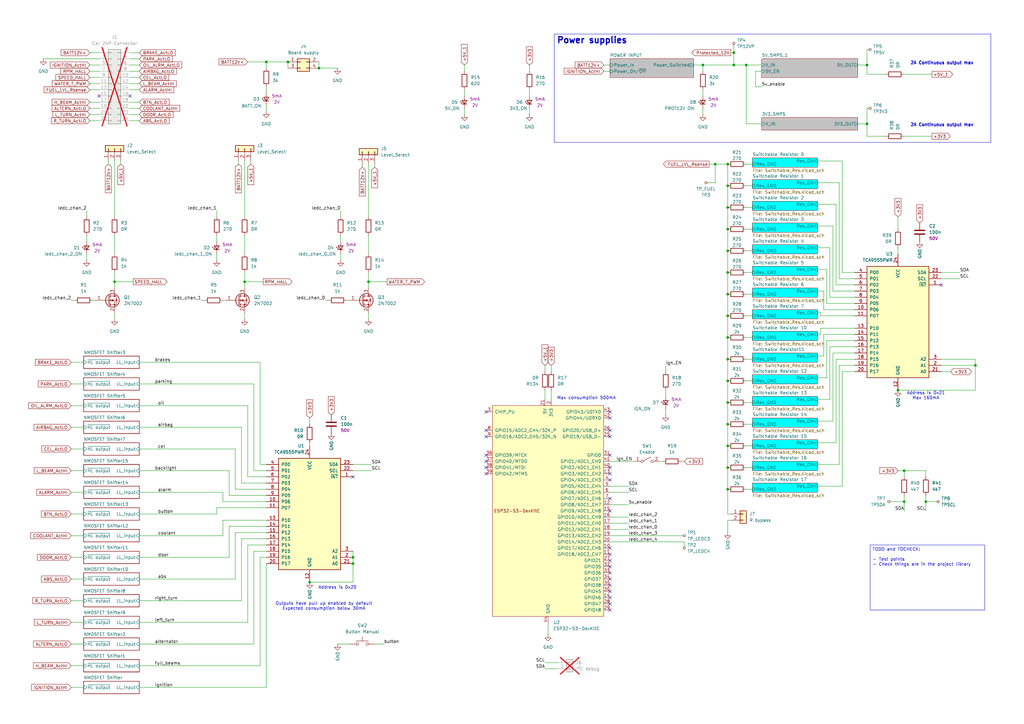
<source format=kicad_sch>
(kicad_sch (version 20250114) (generator "eeschema") (generator_version "9.0")
  (paper "A3")
  (title_block (title "Main architecture") (date "2025-08-10") (rev "0.0") (company "Alex Miller & Martin Roger") (comment 1 "https://github.com/martinroger/VXDash") (comment 2 "https://cadlab.io/projects/vxdash"))
  (text "Address is 0x21\nMax 160mA\n" (at 379.73 162.306 0) (effects (font (size 1.27 1.27))))
  (text "Address is 0x20" (at 138.43 241.046 0) (effects (font (size 1.27 1.27))))
  (text "Outputs have pull up enabled by default\nExpected consumption below 30mA\n" (at 132.842 248.666 0) (effects (font (size 1.27 1.27))))
  (text "2A Continuous output max" (at 373.38 26.67 0) (effects (font (size 1.27 1.27) (bold yes)) (justify left bottom)))
  (text "Max consumption 500mA" (at 240.538 163.322 0) (effects (font (size 1.27 1.27))))
  (text "2A Continuous output max" (at 373.38 52.07 0) (effects (font (size 1.27 1.27) (bold yes)) (justify left bottom)))
  (text_box "Isolated Harness I/O" (at -165.1 -22.86 0) (size 156.21 142.24) (margins 0.9525 0.9525 0.9525 0.9525) (effects (font (size 2.5 2.5) (thickness 0.5) (bold yes)) (justify right top)))
  (text_box "Power supplies" (at 227.33 13.97 0) (size 179.07 44.45) (margins 0.9525 0.9525 0.9525 0.9525) (effects (font (size 2.5 2.5) (thickness 0.5) (bold yes)) (justify left top)))
  (text_box "TODO and TOCHECK: \n\n- Test points\n- Check things are in the project library\n" (at 356.87 223.52 0) (size 46.99 26.67) (margins 0.9525 0.9525 0.9525 0.9525) (effects (font (size 1.27 1.27)) (justify left top)))
  (junction (at 298.45 138.43))
  (junction (at 298.45 182.88))
  (junction (at 288.29 26.67))
  (junction (at 298.45 85.09))
  (junction (at 379.73 205.74))
  (junction (at 46.99 115.57))
  (junction (at 298.45 191.77))
  (junction (at 109.22 25.4))
  (junction (at 298.45 165.1))
  (junction (at 300.99 21.59))
  (junction (at 370.84 193.04))
  (junction (at 298.45 156.21))
  (junction (at 298.45 102.87))
  (junction (at 306.07 26.67))
  (junction (at 144.78 228.6))
  (junction (at 298.45 111.76))
  (junction (at 400.05 149.86))
  (junction (at 127 238.76))
  (junction (at 355.6 50.8))
  (junction (at 130.81 27.94))
  (junction (at 298.45 76.2))
  (junction (at 355.6 26.67))
  (junction (at 293.37 67.31))
  (junction (at 298.45 173.99))
  (junction (at 298.45 67.31))
  (junction (at 298.45 147.32))
  (junction (at 100.33 115.57))
  (junction (at 151.13 115.57))
  (junction (at 118.11 25.4))
  (junction (at 368.3 160.02))
  (junction (at 298.45 129.54))
  (junction (at 144.78 231.14))
  (junction (at 298.45 120.65))
  (junction (at 298.45 93.98))
  (junction (at 298.45 200.66))
  (junction (at 370.84 205.74))
  (junction (at 300.99 26.67))
  (no_connect (at 250.19 209.55))
  (no_connect (at 250.19 194.31))
  (no_connect (at 199.39 179.07))
  (no_connect (at 40.64 39.37))
  (no_connect (at 144.78 195.58))
  (no_connect (at 199.39 168.91))
  (no_connect (at 250.19 196.85))
  (no_connect (at 250.19 179.07))
  (no_connect (at 250.19 171.45))
  (no_connect (at 250.19 168.91))
  (no_connect (at 250.19 224.79))
  (no_connect (at 250.19 232.41))
  (no_connect (at 53.34 39.37))
  (no_connect (at 250.19 250.19))
  (no_connect (at 250.19 191.77))
  (no_connect (at 199.39 189.23))
  (no_connect (at 250.19 245.11))
  (no_connect (at 250.19 240.03))
  (no_connect (at 250.19 247.65))
  (no_connect (at 199.39 191.77))
  (no_connect (at 199.39 176.53))
  (no_connect (at 199.39 194.31))
  (no_connect (at 250.19 204.47))
  (no_connect (at 250.19 242.57))
  (no_connect (at 250.19 234.95))
  (no_connect (at 199.39 186.69))
  (no_connect (at 386.08 116.84))
  (no_connect (at 250.19 186.69))
  (no_connect (at 250.19 176.53))
  (no_connect (at 250.19 227.33))
  (no_connect (at 250.19 237.49))
  (no_connect (at 250.19 229.87))
  (wire (pts (xy 151.13 115.57) (xy 151.13 118.11)))
  (wire (pts (xy 350.52 127) (xy 337.82 127)))
  (wire (pts (xy 298.45 173.99) (xy 298.45 182.88)))
  (wire (pts (xy 151.13 67.31) (xy 151.13 88.9)))
  (wire (pts (xy 36.83 41.91) (xy 40.64 41.91)))
  (wire (pts (xy 351.79 50.8) (xy 355.6 50.8)))
  (wire (pts (xy 250.19 219.71) (xy 280.67 219.71)))
  (wire (pts (xy 91.44 123.19) (xy 92.71 123.19)))
  (wire (pts (xy 350.52 139.7) (xy 339.09 139.7)))
  (wire (pts (xy 300.99 21.59) (xy 300.99 26.67)))
  (wire (pts (xy 335.28 66.04) (xy 345.44 66.04)))
  (wire (pts (xy 190.5 44.45) (xy 190.5 46.99)))
  (wire (pts (xy 153.67 67.31) (xy 153.67 68.58)))
  (wire (pts (xy 130.81 27.94) (xy 138.43 27.94)))
  (wire (pts (xy 306.07 111.76) (xy 308.61 111.76)))
  (wire (pts (xy 341.63 119.38) (xy 341.63 92.71)))
  (wire (pts (xy 53.34 26.67) (xy 57.15 26.67)))
  (wire (pts (xy 29.21 273.05) (xy 34.29 273.05)))
  (wire (pts (xy 299.72 21.59) (xy 300.99 21.59)))
  (wire (pts (xy 288.29 36.83) (xy 288.29 39.37)))
  (wire (pts (xy 306.07 129.54) (xy 308.61 129.54)))
  (wire (pts (xy 127 171.45) (xy 127 173.99)))
  (wire (pts (xy 46.99 115.57) (xy 46.99 118.11)))
  (wire (pts (xy 101.6 195.58) (xy 101.6 166.37)))
  (wire (pts (xy 284.48 26.67) (xy 288.29 26.67)))
  (wire (pts (xy 144.78 231.14) (xy 144.78 238.76)))
  (wire (pts (xy 306.07 191.77) (xy 308.61 191.77)))
  (wire (pts (xy 144.78 193.04) (xy 152.4 193.04)))
  (wire (pts (xy 280.67 224.79) (xy 280.67 222.25)))
  (wire (pts (xy 339.09 139.7) (xy 339.09 154.94)))
  (wire (pts (xy 350.52 124.46) (xy 339.09 124.46)))
  (wire (pts (xy 344.17 114.3) (xy 350.52 114.3)))
  (wire (pts (xy 342.9 147.32) (xy 342.9 181.61)))
  (wire (pts (xy 109.22 195.58) (xy 101.6 195.58)))
  (wire (pts (xy 306.07 67.31) (xy 308.61 67.31)))
  (wire (pts (xy 289.56 74.93) (xy 293.37 74.93)))
  (wire (pts (xy 101.6 223.52) (xy 109.22 223.52)))
  (wire (pts (xy 340.36 142.24) (xy 340.36 163.83)))
  (wire (pts (xy 340.36 101.6) (xy 335.28 101.6)))
  (wire (pts (xy 370.84 55.88) (xy 382.27 55.88)))
  (wire (pts (xy 306.07 173.99) (xy 308.61 173.99)))
  (wire (pts (xy 339.09 110.49) (xy 335.28 110.49)))
  (wire (pts (xy 57.15 273.05) (xy 106.68 273.05)))
  (wire (pts (xy 57.15 228.6) (xy 93.98 228.6)))
  (wire (pts (xy 57.15 281.94) (xy 109.22 281.94)))
  (wire (pts (xy 298.45 165.1) (xy 298.45 173.99)))
  (wire (pts (xy 293.37 67.31) (xy 293.37 74.93)))
  (wire (pts (xy 36.83 29.21) (xy 40.64 29.21)))
  (wire (pts (xy 306.07 138.43) (xy 308.61 138.43)))
  (wire (pts (xy 144.78 228.6) (xy 144.78 231.14)))
  (wire (pts (xy 288.29 26.67) (xy 288.29 29.21)))
  (wire (pts (xy 400.05 147.32) (xy 400.05 149.86)))
  (wire (pts (xy 53.34 21.59) (xy 57.15 21.59)))
  (wire (pts (xy 100.33 96.52) (xy 100.33 104.14)))
  (wire (pts (xy 298.45 156.21) (xy 298.45 165.1)))
  (wire (pts (xy 306.07 76.2) (xy 308.61 76.2)))
  (wire (pts (xy 96.52 218.44) (xy 109.22 218.44)))
  (wire (pts (xy 46.99 96.52) (xy 46.99 104.14)))
  (wire (pts (xy 250.19 217.17) (xy 257.81 217.17)))
  (wire (pts (xy 53.34 46.99) (xy 57.15 46.99)))
  (wire (pts (xy 109.22 213.36) (xy 91.44 213.36)))
  (wire (pts (xy 299.72 210.82) (xy 298.45 210.82)))
  (wire (pts (xy 29.21 193.04) (xy 34.29 193.04)))
  (wire (pts (xy 109.22 25.4) (xy 118.11 25.4)))
  (wire (pts (xy 35.56 96.52) (xy 35.56 99.06)))
  (wire (pts (xy 53.34 36.83) (xy 57.15 36.83)))
  (wire (pts (xy 350.52 142.24) (xy 340.36 142.24)))
  (wire (pts (xy 138.43 264.16) (xy 143.51 264.16)))
  (wire (pts (xy 46.99 115.57) (xy 54.61 115.57)))
  (wire (pts (xy 57.15 166.37) (xy 101.6 166.37)))
  (wire (pts (xy 337.82 146.05) (xy 335.28 146.05)))
  (wire (pts (xy 53.34 24.13) (xy 57.15 24.13)))
  (wire (pts (xy 57.15 255.27) (xy 101.6 255.27)))
  (wire (pts (xy 247.65 29.21) (xy 250.19 29.21)))
  (wire (pts (xy 345.44 199.39) (xy 335.28 199.39)))
  (wire (pts (xy 29.21 246.38) (xy 34.29 246.38)))
  (wire (pts (xy 336.55 129.54) (xy 336.55 128.27)))
  (wire (pts (xy 370.84 193.04) (xy 379.73 193.04)))
  (wire (pts (xy 93.98 203.2) (xy 109.22 203.2)))
  (wire (pts (xy 306.07 102.87) (xy 308.61 102.87)))
  (wire (pts (xy 144.78 226.06) (xy 144.78 228.6)))
  (wire (pts (xy 336.55 134.62) (xy 336.55 137.16)))
  (wire (pts (xy 223.52 271.78) (xy 228.6 271.78)))
  (wire (pts (xy 368.3 193.04) (xy 370.84 193.04)))
  (wire (pts (xy 306.07 200.66) (xy 308.61 200.66)))
  (wire (pts (xy 298.45 213.36) (xy 298.45 218.44)))
  (wire (pts (xy 109.22 200.66) (xy 96.52 200.66)))
  (wire (pts (xy 53.34 29.21) (xy 57.15 29.21)))
  (wire (pts (xy 345.44 111.76) (xy 350.52 111.76)))
  (wire (pts (xy 88.9 104.14) (xy 88.9 106.68)))
  (wire (pts (xy 288.29 26.67) (xy 300.99 26.67)))
  (wire (pts (xy 368.3 160.02) (xy 400.05 160.02)))
  (wire (pts (xy 97.79 66.04) (xy 97.79 67.31)))
  (wire (pts (xy 306.07 26.67) (xy 312.42 26.67)))
  (wire (pts (xy 100.33 66.04) (xy 100.33 88.9)))
  (wire (pts (xy 345.44 152.4) (xy 345.44 199.39)))
  (wire (pts (xy 306.07 50.8) (xy 312.42 50.8)))
  (wire (pts (xy 36.83 44.45) (xy 40.64 44.45)))
  (wire (pts (xy 57.15 264.16) (xy 104.14 264.16)))
  (wire (pts (xy 336.55 128.27) (xy 335.28 128.27)))
  (wire (pts (xy 104.14 264.16) (xy 104.14 226.06)))
  (wire (pts (xy 106.68 228.6) (xy 109.22 228.6)))
  (wire (pts (xy 250.19 222.25) (xy 280.67 222.25)))
  (wire (pts (xy 109.22 193.04) (xy 104.14 193.04)))
  (wire (pts (xy 341.63 92.71) (xy 335.28 92.71)))
  (wire (pts (xy 355.6 55.88) (xy 355.6 50.8)))
  (wire (pts (xy 340.36 163.83) (xy 335.28 163.83)))
  (wire (pts (xy 36.83 26.67) (xy 40.64 26.67)))
  (wire (pts (xy 99.06 220.98) (xy 109.22 220.98)))
  (wire (pts (xy 342.9 181.61) (xy 335.28 181.61)))
  (wire (pts (xy 127 181.61) (xy 127 182.88)))
  (wire (pts (xy 101.6 255.27) (xy 101.6 223.52)))
  (wire (pts (xy 53.34 34.29) (xy 57.15 34.29)))
  (wire (pts (xy 379.73 195.58) (xy 379.73 193.04)))
  (wire (pts (xy 298.45 147.32) (xy 298.45 156.21)))
  (wire (pts (xy 298.45 85.09) (xy 298.45 93.98)))
  (wire (pts (xy 355.6 44.45) (xy 355.6 50.8)))
  (wire (pts (xy 298.45 102.87) (xy 298.45 111.76)))
  (wire (pts (xy 109.22 35.56) (xy 109.22 38.1)))
  (wire (pts (xy 36.83 34.29) (xy 40.64 34.29)))
  (wire (pts (xy 96.52 200.66) (xy 96.52 184.15)))
  (wire (pts (xy 29.21 184.15) (xy 34.29 184.15)))
  (wire (pts (xy 400.05 149.86) (xy 386.08 149.86)))
  (wire (pts (xy 379.73 209.55) (xy 379.73 205.74)))
  (wire (pts (xy 53.34 31.75) (xy 57.15 31.75)))
  (wire (pts (xy 356.87 20.32) (xy 355.6 20.32)))
  (wire (pts (xy 335.28 74.93) (xy 344.17 74.93)))
  (wire (pts (xy 306.07 147.32) (xy 308.61 147.32)))
  (wire (pts (xy 93.98 193.04) (xy 93.98 203.2)))
  (wire (pts (xy 101.6 25.4) (xy 109.22 25.4)))
  (wire (pts (xy 34.29 157.48) (xy 29.21 157.48)))
  (wire (pts (xy 100.33 115.57) (xy 100.33 118.11)))
  (wire (pts (xy 53.34 44.45) (xy 57.15 44.45)))
  (wire (pts (xy 309.88 35.56) (xy 309.88 29.21)))
  (wire (pts (xy 400.05 149.86) (xy 400.05 160.02)))
  (wire (pts (xy 223.52 274.32) (xy 228.6 274.32)))
  (wire (pts (xy 139.7 104.14) (xy 139.7 106.68)))
  (wire (pts (xy 57.15 201.93) (xy 91.44 201.93)))
  (wire (pts (xy 49.53 66.04) (xy 49.53 67.31)))
  (wire (pts (xy 99.06 198.12) (xy 99.06 175.26)))
  (wire (pts (xy 29.21 123.19) (xy 30.48 123.19)))
  (wire (pts (xy 298.45 182.88) (xy 298.45 191.77)))
  (wire (pts (xy 102.87 66.04) (xy 102.87 67.31)))
  (wire (pts (xy 350.52 149.86) (xy 344.17 149.86)))
  (wire (pts (xy 127 238.76) (xy 144.78 238.76)))
  (wire (pts (xy 250.19 201.93) (xy 257.81 201.93)))
  (wire (pts (xy 57.15 175.26) (xy 99.06 175.26)))
  (wire (pts (xy 299.72 213.36) (xy 298.45 213.36)))
  (wire (pts (xy 298.45 129.54) (xy 298.45 138.43)))
  (wire (pts (xy 100.33 111.76) (xy 100.33 115.57)))
  (wire (pts (xy 96.52 237.49) (xy 96.52 218.44)))
  (wire (pts (xy 306.07 26.67) (xy 306.07 50.8)))
  (wire (pts (xy 298.45 191.77) (xy 298.45 200.66)))
  (wire (pts (xy 17.78 24.13) (xy 40.64 24.13)))
  (wire (pts (xy 151.13 96.52) (xy 151.13 104.14)))
  (wire (pts (xy 370.84 30.48) (xy 382.27 30.48)))
  (wire (pts (xy 250.19 189.23) (xy 260.35 189.23)))
  (wire (pts (xy 342.9 116.84) (xy 342.9 83.82)))
  (wire (pts (xy 337.82 119.38) (xy 335.28 119.38)))
  (wire (pts (xy 288.29 44.45) (xy 288.29 46.99)))
  (wire (pts (xy 109.22 205.74) (xy 91.44 205.74)))
  (wire (pts (xy 29.21 166.37) (xy 34.29 166.37)))
  (wire (pts (xy 344.17 149.86) (xy 344.17 190.5)))
  (wire (pts (xy 109.22 25.4) (xy 109.22 27.94)))
  (wire (pts (xy 400.05 147.32) (xy 386.08 147.32)))
  (wire (pts (xy 298.45 138.43) (xy 298.45 147.32)))
  (wire (pts (xy 339.09 154.94) (xy 335.28 154.94)))
  (wire (pts (xy 250.19 207.01) (xy 257.81 207.01)))
  (wire (pts (xy 298.45 76.2) (xy 298.45 85.09)))
  (wire (pts (xy 53.34 41.91) (xy 57.15 41.91)))
  (wire (pts (xy 93.98 215.9) (xy 93.98 228.6)))
  (wire (pts (xy 29.21 210.82) (xy 34.29 210.82)))
  (wire (pts (xy 35.56 104.14) (xy 35.56 106.68)))
  (wire (pts (xy 386.08 111.76) (xy 393.7 111.76)))
  (wire (pts (xy 88.9 86.36) (xy 88.9 88.9)))
  (wire (pts (xy 100.33 128.27) (xy 100.33 130.81)))
  (wire (pts (xy 29.21 201.93) (xy 34.29 201.93)))
  (wire (pts (xy 106.68 273.05) (xy 106.68 228.6)))
  (wire (pts (xy 36.83 46.99) (xy 40.64 46.99)))
  (wire (pts (xy 224.79 255.27) (xy 224.79 260.35)))
  (wire (pts (xy 226.06 149.86) (xy 226.06 152.4)))
  (wire (pts (xy 341.63 172.72) (xy 335.28 172.72)))
  (wire (pts (xy 344.17 190.5) (xy 335.28 190.5)))
  (wire (pts (xy 350.52 144.78) (xy 341.63 144.78)))
  (wire (pts (xy 350.52 147.32) (xy 342.9 147.32)))
  (wire (pts (xy 46.99 128.27) (xy 46.99 130.81)))
  (wire (pts (xy 109.22 190.5) (xy 106.68 190.5)))
  (wire (pts (xy 337.82 127) (xy 337.82 119.38)))
  (wire (pts (xy 130.81 25.4) (xy 130.81 27.94)))
  (wire (pts (xy 345.44 66.04) (xy 345.44 111.76)))
  (wire (pts (xy 29.21 255.27) (xy 34.29 255.27)))
  (wire (pts (xy 350.52 137.16) (xy 337.82 137.16)))
  (wire (pts (xy 35.56 86.36) (xy 35.56 88.9)))
  (wire (pts (xy 106.68 190.5) (xy 106.68 148.59)))
  (wire (pts (xy 350.52 121.92) (xy 340.36 121.92)))
  (wire (pts (xy 29.21 175.26) (xy 34.29 175.26)))
  (wire (pts (xy 36.83 36.83) (xy 40.64 36.83)))
  (wire (pts (xy 36.83 49.53) (xy 40.64 49.53)))
  (wire (pts (xy 306.07 93.98) (xy 308.61 93.98)))
  (wire (pts (xy 370.84 205.74) (xy 370.84 203.2)))
  (wire (pts (xy 279.4 189.23) (xy 280.67 189.23)))
  (wire (pts (xy 44.45 66.04) (xy 44.45 67.31)))
  (wire (pts (xy 223.52 149.86) (xy 223.52 152.4)))
  (wire (pts (xy 350.52 134.62) (xy 336.55 134.62)))
  (wire (pts (xy 151.13 128.27) (xy 151.13 130.81)))
  (wire (pts (xy 298.45 67.31) (xy 298.45 76.2)))
  (wire (pts (xy 29.21 237.49) (xy 34.29 237.49)))
  (wire (pts (xy 133.35 123.19) (xy 134.62 123.19)))
  (wire (pts (xy 57.15 148.59) (xy 106.68 148.59)))
  (wire (pts (xy 53.34 49.53) (xy 57.15 49.53)))
  (wire (pts (xy 368.3 88.9) (xy 368.3 93.98)))
  (wire (pts (xy 364.49 205.74) (xy 370.84 205.74)))
  (wire (pts (xy 386.08 114.3) (xy 393.7 114.3)))
  (wire (pts (xy 344.17 74.93) (xy 344.17 114.3)))
  (wire (pts (xy 250.19 199.39) (xy 257.81 199.39)))
  (wire (pts (xy 148.59 67.31) (xy 148.59 68.58)))
  (wire (pts (xy 273.05 160.02) (xy 273.05 162.56)))
  (wire (pts (xy 118.11 25.4) (xy 118.11 27.94)))
  (wire (pts (xy 88.9 208.28) (xy 88.9 210.82)))
  (wire (pts (xy 57.15 184.15) (xy 96.52 184.15)))
  (wire (pts (xy 109.22 281.94) (xy 109.22 231.14)))
  (wire (pts (xy 57.15 219.71) (xy 91.44 219.71)))
  (wire (pts (xy 355.6 30.48) (xy 355.6 26.67)))
  (wire (pts (xy 57.15 237.49) (xy 96.52 237.49)))
  (wire (pts (xy 270.51 189.23) (xy 271.78 189.23)))
  (wire (pts (xy 386.08 152.4) (xy 389.89 152.4)))
  (wire (pts (xy 350.52 116.84) (xy 342.9 116.84)))
  (wire (pts (xy 109.22 215.9) (xy 93.98 215.9)))
  (wire (pts (xy 300.99 17.78) (xy 300.99 21.59)))
  (wire (pts (xy 29.21 219.71) (xy 34.29 219.71)))
  (wire (pts (xy 306.07 156.21) (xy 308.61 156.21)))
  (wire (pts (xy 151.13 115.57) (xy 158.75 115.57)))
  (wire (pts (xy 46.99 66.04) (xy 46.99 88.9)))
  (wire (pts (xy 99.06 246.38) (xy 99.06 220.98)))
  (wire (pts (xy 109.22 198.12) (xy 99.06 198.12)))
  (wire (pts (xy 293.37 67.31) (xy 298.45 67.31)))
  (wire (pts (xy 109.22 43.18) (xy 109.22 45.72)))
  (wire (pts (xy 306.07 85.09) (xy 308.61 85.09)))
  (wire (pts (xy 57.15 157.48) (xy 104.14 157.48)))
  (wire (pts (xy 339.09 124.46) (xy 339.09 110.49)))
  (wire (pts (xy 337.82 137.16) (xy 337.82 146.05)))
  (wire (pts (xy 190.5 36.83) (xy 190.5 39.37)))
  (wire (pts (xy 250.19 212.09) (xy 257.81 212.09)))
  (wire (pts (xy 341.63 144.78) (xy 341.63 172.72)))
  (wire (pts (xy 100.33 115.57) (xy 107.95 115.57)))
  (wire (pts (xy 144.78 190.5) (xy 152.4 190.5)))
  (wire (pts (xy 300.99 26.67) (xy 306.07 26.67)))
  (wire (pts (xy 306.07 120.65) (xy 308.61 120.65)))
  (wire (pts (xy 82.55 123.19) (xy 83.82 123.19)))
  (wire (pts (xy 142.24 123.19) (xy 143.51 123.19)))
  (wire (pts (xy 104.14 193.04) (xy 104.14 157.48)))
  (wire (pts (xy 29.21 281.94) (xy 34.29 281.94)))
  (wire (pts (xy 335.28 83.82) (xy 342.9 83.82)))
  (wire (pts (xy 379.73 205.74) (xy 384.81 205.74)))
  (wire (pts (xy 153.67 264.16) (xy 157.48 264.16)))
  (wire (pts (xy 298.45 111.76) (xy 298.45 120.65)))
  (wire (pts (xy 34.29 148.59) (xy 29.21 148.59)))
  (wire (pts (xy 273.05 149.86) (xy 273.05 152.4)))
  (wire (pts (xy 350.52 119.38) (xy 341.63 119.38)))
  (wire (pts (xy 57.15 210.82) (xy 88.9 210.82)))
  (wire (pts (xy 139.7 86.36) (xy 139.7 88.9)))
  (wire (pts (xy 356.87 44.45) (xy 355.6 44.45)))
  (wire (pts (xy 46.99 111.76) (xy 46.99 115.57)))
  (wire (pts (xy 351.79 26.67) (xy 355.6 26.67)))
  (wire (pts (xy 312.42 35.56) (xy 309.88 35.56)))
  (wire (pts (xy 57.15 246.38) (xy 99.06 246.38)))
  (wire (pts (xy 57.15 193.04) (xy 93.98 193.04)))
  (wire (pts (xy 340.36 121.92) (xy 340.36 101.6)))
  (wire (pts (xy 298.45 120.65) (xy 298.45 129.54)))
  (wire (pts (xy 217.17 44.45) (xy 217.17 46.99)))
  (wire (pts (xy 217.17 36.83) (xy 217.17 39.37)))
  (wire (pts (xy 368.3 101.6) (xy 368.3 104.14)))
  (wire (pts (xy 355.6 20.32) (xy 355.6 26.67)))
  (wire (pts (xy 370.84 209.55) (xy 370.84 205.74)))
  (wire (pts (xy 247.65 26.67) (xy 250.19 26.67)))
  (wire (pts (xy 306.07 182.88) (xy 308.61 182.88)))
  (wire (pts (xy 36.83 21.59) (xy 40.64 21.59)))
  (wire (pts (xy 298.45 200.66) (xy 298.45 210.82)))
  (wire (pts (xy 91.44 213.36) (xy 91.44 219.71)))
  (wire (pts (xy 88.9 96.52) (xy 88.9 99.06)))
  (wire (pts (xy 298.45 93.98) (xy 298.45 102.87)))
  (wire (pts (xy 223.52 160.02) (xy 223.52 163.83)))
  (wire (pts (xy 350.52 129.54) (xy 336.55 129.54)))
  (wire (pts (xy 190.5 26.67) (xy 190.5 29.21)))
  (wire (pts (xy 226.06 160.02) (xy 226.06 163.83)))
  (wire (pts (xy 309.88 29.21) (xy 312.42 29.21)))
  (wire (pts (xy 29.21 228.6) (xy 34.29 228.6)))
  (wire (pts (xy 217.17 26.67) (xy 217.17 29.21)))
  (wire (pts (xy 151.13 111.76) (xy 151.13 115.57)))
  (wire (pts (xy 109.22 208.28) (xy 88.9 208.28)))
  (wire (pts (xy 38.1 123.19) (xy 39.37 123.19)))
  (wire (pts (xy 370.84 193.04) (xy 370.84 195.58)))
  (wire (pts (xy 350.52 152.4) (xy 345.44 152.4)))
  (wire (pts (xy 306.07 165.1) (xy 308.61 165.1)))
  (wire (pts (xy 379.73 205.74) (xy 379.73 203.2)))
  (wire (pts (xy 250.19 214.63) (xy 257.81 214.63)))
  (wire (pts (xy 355.6 30.48) (xy 363.22 30.48)))
  (wire (pts (xy 104.14 226.06) (xy 109.22 226.06)))
  (wire (pts (xy 36.83 31.75) (xy 40.64 31.75)))
  (wire (pts (xy 34.29 264.16) (xy 29.21 264.16)))
  (wire (pts (xy 139.7 96.52) (xy 139.7 99.06)))
  (wire (pts (xy 355.6 55.88) (xy 363.22 55.88)))
  (wire (pts (xy 91.44 205.74) (xy 91.44 201.93)))
  (wire (pts (xy 273.05 167.64) (xy 273.05 170.18)))
  (wire (pts (xy 336.55 137.16) (xy 335.28 137.16)))
  (wire (pts (xy 290.83 67.31) (xy 293.37 67.31)))
  (label "SCL" (at 379.73 209.55 180))
  (label "ign_EN" (at 273.05 149.86 0))
  (label "airbag" (at 64.77 175.26 0))
  (label "parking" (at 63.5 157.48 0))
  (label "ledc_chan_2" (at 29.21 123.19 180))
  (label "SDA" (at 370.84 209.55 180))
  (label "abs" (at 64.77 237.49 0))
  (label "alarm" (at 64.77 201.93 0))
  (label "SDA" (at 257.81 199.39 0))
  (label "door" (at 64.77 228.6 0))
  (label "SCL" (at 257.81 201.93 0))
  (label "SCL" (at 152.4 193.04 0))
  (label "button" (at 157.48 264.16 0))
  (label "button" (at 64.77 210.82 0))
  (label "full_beams" (at 63.5 273.05 0))
  (label "ledc_chan_1" (at 82.55 123.19 180))
  (label "right_turn" (at 63.5 246.38 0))
  (label "left_turn" (at 63.5 255.27 0))
  (label "backlight" (at 63.5 193.04 0))
  (label "cel" (at 64.77 184.15 0))
  (label "5v_enable" (at 257.81 207.01 0))
  (label "SDA" (at 223.52 274.32 180))
  (label "ledc_chan_0" (at 133.35 123.19 180))
  (label "ledc_chan_0" (at 257.81 217.17 0))
  (label "ledc_chan_2" (at 35.56 86.36 180))
  (label "SDA" (at 152.4 190.5 0))
  (label "SCL" (at 393.7 114.3 0))
  (label "ledc_chan_1" (at 88.9 86.36 180))
  (label "ledc_chan_0" (at 139.7 86.36 180))
  (label "5v_enable" (at 312.42 35.56 0))
  (label "ledc_chan_3" (at 257.81 219.71 0))
  (label "alternator" (at 63.5 264.16 0))
  (label "coolant" (at 64.77 219.71 0))
  (label "ledc_chan_2" (at 257.81 212.09 0))
  (label "SDA" (at 393.7 111.76 0))
  (label "SCL" (at 223.52 271.78 180))
  (label "ignition" (at 63.5 281.94 0))
  (label "brakes" (at 63.5 148.59 0))
  (label "ledc_chan_1" (at 257.81 214.63 0))
  (label "oil" (at 64.77 166.37 0))
  (label "ledc_chan_4" (at 257.81 222.25 0))
  (label "ign_EN" (at 252.73 189.23 0))
  (global_label "+3V3" (shape input) (at 217.17 26.67 90) (property "Intersheetrefs" "${INTERSHEET_REFS}" (effects (hide yes))))
  (global_label "WATER_T_PWM" (shape output) (at 158.75 115.57 0) (property "Intersheetrefs" "${INTERSHEET_REFS}" (effects (hide yes))))
  (global_label "OIL_ALRM_ActLO" (shape input) (at 57.15 26.67 0) (property "Intersheetrefs" "${INTERSHEET_REFS}" (effects (hide yes))))
  (global_label "ABS_ActLO" (shape input) (at 29.21 237.49 180) (property "Intersheetrefs" "${INTERSHEET_REFS}" (effects (hide yes))))
  (global_label "COOLANT_ActHI" (shape input) (at 57.15 44.45 0) (property "Intersheetrefs" "${INTERSHEET_REFS}" (effects (hide yes))))
  (global_label "IGNITION_ActHI" (shape input) (at 247.65 29.21 180) (property "Intersheetrefs" "${INTERSHEET_REFS}" (effects (hide yes))))
  (global_label "+5V_1" (shape input) (at 102.87 67.31 270) (property "Intersheetrefs" "${INTERSHEET_REFS}" (effects (hide yes))))
  (global_label "AIRBAG_ActLO" (shape input) (at 57.15 29.21 0) (property "Intersheetrefs" "${INTERSHEET_REFS}" (effects (hide yes))))
  (global_label "ALTERN_ActLO" (shape input) (at 29.21 264.16 180) (property "Intersheetrefs" "${INTERSHEET_REFS}" (effects (hide yes))))
  (global_label "H_BEAM_ActHI" (shape input) (at 29.21 273.05 180) (property "Intersheetrefs" "${INTERSHEET_REFS}" (effects (hide yes))))
  (global_label "BATT12V+" (shape input) (at 101.6 25.4 180) (property "Intersheetrefs" "${INTERSHEET_REFS}" (effects (hide yes))))
  (global_label "R_TURN_ActLO" (shape input) (at 36.83 49.53 180) (property "Intersheetrefs" "${INTERSHEET_REFS}" (effects (hide yes))))
  (global_label "H_BEAM_ActHI" (shape input) (at 36.83 41.91 180) (property "Intersheetrefs" "${INTERSHEET_REFS}" (effects (hide yes))))
  (global_label "Protected_12V" (shape output) (at 299.72 21.59 180) (property "Intersheetrefs" "${INTERSHEET_REFS}" (effects (hide yes))))
  (global_label "OIL_ALRM_ActLO" (shape input) (at 29.21 166.37 180) (property "Intersheetrefs" "${INTERSHEET_REFS}" (effects (hide yes))))
  (global_label "RPM_HALL" (shape input) (at 36.83 29.21 180) (property "Intersheetrefs" "${INTERSHEET_REFS}" (effects (hide yes))))
  (global_label "L_TURN_ActHI" (shape input) (at 36.83 46.99 180) (property "Intersheetrefs" "${INTERSHEET_REFS}" (effects (hide yes))))
  (global_label "+5V_1" (shape input) (at 190.5 26.67 90) (property "Intersheetrefs" "${INTERSHEET_REFS}" (effects (hide yes))))
  (global_label "+5V_1" (shape input) (at 49.53 67.31 270) (property "Intersheetrefs" "${INTERSHEET_REFS}" (effects (hide yes))))
  (global_label "BRAKE_ActLO" (shape input) (at 57.15 21.59 0) (property "Intersheetrefs" "${INTERSHEET_REFS}" (effects (hide yes))))
  (global_label "R_TURN_ActLO" (shape input) (at 29.21 246.38 180) (property "Intersheetrefs" "${INTERSHEET_REFS}" (effects (hide yes))))
  (global_label "L_BEAM_ActHI" (shape input) (at 57.15 34.29 0) (property "Intersheetrefs" "${INTERSHEET_REFS}" (effects (hide yes))))
  (global_label "ALARM_ActHI" (shape input) (at 57.15 36.83 0) (property "Intersheetrefs" "${INTERSHEET_REFS}" (effects (hide yes))))
  (global_label "PARK_ActLO" (shape input) (at 57.15 24.13 0) (property "Intersheetrefs" "${INTERSHEET_REFS}" (effects (hide yes))))
  (global_label "BATT12V+" (shape input) (at 97.79 67.31 270) (property "Intersheetrefs" "${INTERSHEET_REFS}" (effects (hide yes))))
  (global_label "DOOR_ActLO" (shape input) (at 57.15 46.99 0) (property "Intersheetrefs" "${INTERSHEET_REFS}" (effects (hide yes))))
  (global_label "AIRBAG_ActLO" (shape input) (at 29.21 175.26 180) (property "Intersheetrefs" "${INTERSHEET_REFS}" (effects (hide yes))))
  (global_label "L_BEAM_ActHI" (shape input) (at 29.21 193.04 180) (property "Intersheetrefs" "${INTERSHEET_REFS}" (effects (hide yes))))
  (global_label "BATT12V+" (shape input) (at 247.65 26.67 180) (property "Intersheetrefs" "${INTERSHEET_REFS}" (effects (hide yes))))
  (global_label "RPM_HALL" (shape output) (at 107.95 115.57 0) (property "Intersheetrefs" "${INTERSHEET_REFS}" (effects (hide yes))))
  (global_label "DOOR_ActLO" (shape input) (at 29.21 228.6 180) (property "Intersheetrefs" "${INTERSHEET_REFS}" (effects (hide yes))))
  (global_label "+3V3" (shape input) (at 377.19 91.44 90) (property "Intersheetrefs" "${INTERSHEET_REFS}" (effects (hide yes))))
  (global_label "+5V_1" (shape input) (at 223.52 149.86 90) (property "Intersheetrefs" "${INTERSHEET_REFS}" (effects (hide yes))))
  (global_label "BATT12V+" (shape input) (at 148.59 68.58 270) (property "Intersheetrefs" "${INTERSHEET_REFS}" (effects (hide yes))))
  (global_label "+5V_1" (shape input) (at 153.67 68.58 270) (property "Intersheetrefs" "${INTERSHEET_REFS}" (effects (hide yes))))
  (global_label "ALARM_ActHI" (shape input) (at 29.21 201.93 180) (property "Intersheetrefs" "${INTERSHEET_REFS}" (effects (hide yes))))
  (global_label "CEL_ActLO" (shape input) (at 29.21 184.15 180) (property "Intersheetrefs" "${INTERSHEET_REFS}" (effects (hide yes))))
  (global_label "WATER_T_PWM" (shape input) (at 36.83 34.29 180) (property "Intersheetrefs" "${INTERSHEET_REFS}" (effects (hide yes))))
  (global_label "BATT12V+" (shape input) (at 44.45 67.31 270) (property "Intersheetrefs" "${INTERSHEET_REFS}" (effects (hide yes))))
  (global_label "BRAKE_ActLO" (shape input) (at 29.21 148.59 180) (property "Intersheetrefs" "${INTERSHEET_REFS}" (effects (hide yes))))
  (global_label "FUEL_LVL_Rsense" (shape output) (at 290.83 67.31 180) (property "Intersheetrefs" "${INTERSHEET_REFS}" (effects (hide yes))))
  (global_label "+3V3" (shape input) (at 368.3 193.04 180) (property "Intersheetrefs" "${INTERSHEET_REFS}" (effects (hide yes))))
  (global_label "L_TURN_ActHI" (shape input) (at 29.21 255.27 180) (property "Intersheetrefs" "${INTERSHEET_REFS}" (effects (hide yes))))
  (global_label "BATT12V+" (shape input) (at 36.83 21.59 180) (property "Intersheetrefs" "${INTERSHEET_REFS}" (effects (hide yes))))
  (global_label "+3V3" (shape input) (at 226.06 149.86 90) (property "Intersheetrefs" "${INTERSHEET_REFS}" (effects (hide yes))))
  (global_label "+3V3" (shape input) (at 135.89 170.18 90) (property "Intersheetrefs" "${INTERSHEET_REFS}" (effects (hide yes))))
  (global_label "SPEED_HALL" (shape output) (at 54.61 115.57 0) (property "Intersheetrefs" "${INTERSHEET_REFS}" (effects (hide yes))))
  (global_label "+3V3" (shape bidirectional) (at 389.89 152.4 0) (property "Intersheetrefs" "${INTERSHEET_REFS}" (effects (hide yes))))
  (global_label "+5V_1" (shape output) (at 382.27 30.48 0) (property "Intersheetrefs" "${INTERSHEET_REFS}" (effects (hide yes))))
  (global_label "+3V3" (shape input) (at 368.3 88.9 90) (property "Intersheetrefs" "${INTERSHEET_REFS}" (effects (hide yes))))
  (global_label "BTN_ActLO" (shape input) (at 57.15 41.91 0) (property "Intersheetrefs" "${INTERSHEET_REFS}" (effects (hide yes))))
  (global_label "+3V3" (shape input) (at 280.67 189.23 0) (property "Intersheetrefs" "${INTERSHEET_REFS}" (effects (hide yes))))
  (global_label "IGNITION_ActHI" (shape input) (at 36.83 26.67 180) (property "Intersheetrefs" "${INTERSHEET_REFS}" (effects (hide yes))))
  (global_label "FUEL_LVL_Rsense" (shape input) (at 36.83 36.83 180) (property "Intersheetrefs" "${INTERSHEET_REFS}" (effects (hide yes))))
  (global_label "CEL_ActLO" (shape input) (at 57.15 31.75 0) (property "Intersheetrefs" "${INTERSHEET_REFS}" (effects (hide yes))))
  (global_label "BTN_ActLO" (shape input) (at 29.21 210.82 180) (property "Intersheetrefs" "${INTERSHEET_REFS}" (effects (hide yes))))
  (global_label "ABS_ActLO" (shape input) (at 57.15 49.53 0) (property "Intersheetrefs" "${INTERSHEET_REFS}" (effects (hide yes))))
  (global_label "+3V3" (shape input) (at 127 171.45 90) (property "Intersheetrefs" "${INTERSHEET_REFS}" (effects (hide yes))))
  (global_label "ALTERN_ActLO" (shape input) (at 36.83 44.45 180) (property "Intersheetrefs" "${INTERSHEET_REFS}" (effects (hide yes))))
  (global_label "COOLANT_ActHI" (shape input) (at 29.21 219.71 180) (property "Intersheetrefs" "${INTERSHEET_REFS}" (effects (hide yes))))
  (global_label "PARK_ActLO" (shape input) (at 29.21 157.48 180) (property "Intersheetrefs" "${INTERSHEET_REFS}" (effects (hide yes))))
  (global_label "+3V3" (shape output) (at 382.27 55.88 0) (property "Intersheetrefs" "${INTERSHEET_REFS}" (effects (hide yes))))
  (global_label "IGNITION_ActHI" (shape input) (at 29.21 281.94 180) (property "Intersheetrefs" "${INTERSHEET_REFS}" (effects (hide yes))))
  (global_label "SPEED_HALL" (shape input) (at 36.83 31.75 180) (property "Intersheetrefs" "${INTERSHEET_REFS}" (effects (hide yes))))
  (symbol (lib_id "Connector_Generic:Conn_01x02") (at 304.8 210.82 0) (unit 1)
    (property "Reference" "J7" (at 307.34 210.8199 0) (effects (justify left)))
    (property "Value" "R bypass" (at 307.34 213.3599 0) (effects (justify left)))
    (property "Footprint" "Connector_PinSocket_2.54mm:PinSocket_1x02_P2.54mm_Vertical" (effects (hide yes)))
    (property "Description" "Generic connector, single row, 01x02, script generated (kicad-library-utils/schlib/autogen/connector/)" (effects (hide yes)))
  )
  (symbol (lib_id "VXDash_diodes:LED_Small") (at 273.05 165.1 90) (unit 1)
    (property "Reference" "D7" (at 268.986 165.1 90))
    (property "Value" "IGN_ON" (at 263.398 167.64 90))
    (property "Footprint" "LED_SMD:LED_0603_1608Metric_Pad1.05x0.95mm_HandSolder" (effects (hide yes)))
    (property "Description" "Light emitting diode, small symbol" (effects (hide yes)))
    (property "Sim.Pin" "1=K 2=A" (effects (hide yes)))
    (property "Vf" "2V" (at 277.368 166.37 90))
    (property "If" "5mA" (at 277.368 163.83 90))
  )
  (symbol (lib_id "VXDash_passives:Res") (at 46.99 107.95 180) (unit 1)
    (property "Reference" "R4" (at 49.53 106.6799 0) (effects (justify right)))
    (property "Value" "1k" (at 49.53 109.2199 0) (effects (justify right)))
    (property "Footprint" "Resistor_SMD:R_0603_1608Metric_Pad0.98x0.95mm_HandSolder" (effects (hide yes)))
    (property "Tol" "1%" (effects (hide yes)))
    (property "Power" "100mW" (effects (hide yes)))
  )
  (symbol (lib_id "VXDash_passives:Res") (at 302.26 93.98 90) (unit 1)
    (property "Reference" "R24" (at 302.26 89.154 90))
    (property "Value" "270" (at 302.26 91.694 90))
    (property "Footprint" "Resistor_SMD:R_0603_1608Metric_Pad0.98x0.95mm_HandSolder" (effects (hide yes)))
    (property "Tol" "1%" (effects (hide yes)))
    (property "Power" "100mW" (effects (hide yes)))
  )
  (symbol (lib_id "Switch:SW_Push") (at 148.59 264.16 0) (unit 1)
    (property "Reference" "SW2" (at 148.59 256.54 0))
    (property "Value" "Button Manual" (at 148.59 259.08 0))
    (property "Footprint" "Button_Switch_THT:SW_PUSH_1P1T_6x3.5mm_H5.0_APEM_MJTP1250" (effects (hide yes)))
    (property "Description" "Push button switch, generic, two pins" (effects (hide yes)))
  )
  (symbol (lib_id "power:GND") (at 100.33 130.81 0) (unit 1)
    (property "Reference" "#PWR05" (effects (hide yes)))
    (property "Value" "GND" (at 100.33 135.89 0))
    (property "Description" "Power symbol creates a global label with name \"GND\" , ground" (effects (hide yes)))
  )
  (symbol (lib_id "VXDash_passives:Cap_MLCC") (at 377.19 95.25 180) (unit 1)
    (property "Reference" "C2" (at 381 92.7099 0) (effects (justify right)))
    (property "Value" "100n" (at 381 95.2499 0) (effects (justify right)))
    (property "Footprint" "Capacitor_SMD:C_0603_1608Metric_Pad1.08x0.95mm_HandSolder" (effects (hide yes)))
    (property "Dielectric" "X7R" (effects (hide yes)))
    (property "Tol" "10%" (effects (hide yes)))
    (property "Voltage" "50V" (at 381 97.7899 0) (effects (justify right)))
  )
  (symbol (lib_id "VXDash_passives:Res") (at 370.84 199.39 180) (unit 1)
    (property "Reference" "R40" (at 373.38 198.1199 0) (effects (justify right)))
    (property "Value" "4k7" (at 373.38 200.6599 0) (effects (justify right)))
    (property "Footprint" "Resistor_SMD:R_0603_1608Metric_Pad0.98x0.95mm_HandSolder" (effects (hide yes)))
    (property "Tol" "1%" (effects (hide yes)))
    (property "Power" "100mW" (effects (hide yes)))
  )
  (symbol (lib_id "Connector:TestPoint_Small") (at 280.67 224.79 0) (unit 1)
    (property "Reference" "TP2" (at 281.94 223.5199 0) (effects (justify left)))
    (property "Value" "TP_LEDC4" (at 281.94 226.0599 0) (effects (justify left)))
    (property "Footprint" "TestPoint:TestPoint_Pad_D2.0mm" (effects (hide yes)))
    (property "Description" "test point" (effects (hide yes)))
  )
  (symbol (lib_id "VXDash_diodes:LED_Small") (at 88.9 101.6 90) (unit 1)
    (property "Reference" "D2" (at 84.836 101.6 90))
    (property "Value" "ledc_chan_1_ON" (at 79.248 104.14 90))
    (property "Footprint" "LED_SMD:LED_0603_1608Metric_Pad1.05x0.95mm_HandSolder" (effects (hide yes)))
    (property "Description" "Light emitting diode, small symbol" (effects (hide yes)))
    (property "Sim.Pin" "1=K 2=A" (effects (hide yes)))
    (property "Vf" "2V" (at 93.218 102.87 90))
    (property "If" "5mA" (at 93.218 100.33 90))
  )
  (symbol (lib_id "VXDash_passives:Res") (at 302.26 138.43 90) (unit 1)
    (property "Reference" "R29" (at 302.26 133.604 90))
    (property "Value" "2k" (at 302.26 136.144 90))
    (property "Footprint" "Resistor_SMD:R_0603_1608Metric_Pad0.98x0.95mm_HandSolder" (effects (hide yes)))
    (property "Tol" "1%" (effects (hide yes)))
    (property "Power" "100mW" (effects (hide yes)))
  )
  (symbol (lib_id "Connector:TestPoint_Small") (at 356.87 20.32 0) (unit 1)
    (property "Reference" "TP5" (at 358.14 19.0499 0) (effects (justify left)))
    (property "Value" "TP5V" (at 358.14 21.5899 0) (effects (justify left)))
    (property "Footprint" "TestPoint:TestPoint_Pad_D2.0mm" (effects (hide yes)))
    (property "Description" "test point" (effects (hide yes)))
  )
  (symbol (lib_id "VXDash_ICs:TCA9555PWR") (at 368.3 132.08 0) (mirror y) (unit 1)
    (property "Reference" "U3" (at 366.1567 104.14 0) (effects (justify left)))
    (property "Value" "TCA9555PWR" (at 366.1567 106.68 0) (effects (justify left)))
    (property "Footprint" "Package_SO:TSSOP-24_4.4x7.8mm_P0.65mm" (effects (hide yes)))
    (property "Datasheet" "http://www.ti.com/lit/ds/symlink/tca9555.pdf" (effects (hide yes)))
    (property "Description" "16-bit I/O expander, I2C and SMBus interface, interrupts, w/ pull-ups, TSSOP-24 package" (effects (hide yes)))
    (property "MFT" "Texas Instrument" (effects (hide yes)))
    (property "MFT_PN" "TCA9555PWR" (effects (hide yes)))
  )
  (symbol (lib_id "VXDash_passives:Res") (at 302.26 85.09 90) (unit 1)
    (property "Reference" "R23" (at 302.26 80.264 90))
    (property "Value" "270" (at 302.26 82.804 90))
    (property "Footprint" "Resistor_SMD:R_0603_1608Metric_Pad0.98x0.95mm_HandSolder" (effects (hide yes)))
    (property "Tol" "1%" (effects (hide yes)))
    (property "Power" "100mW" (effects (hide yes)))
  )
  (symbol (lib_id "VXDash_passives:Res") (at 302.26 165.1 90) (unit 1)
    (property "Reference" "R32" (at 302.26 160.274 90))
    (property "Value" "2k" (at 302.26 162.814 90))
    (property "Footprint" "Resistor_SMD:R_0603_1608Metric_Pad0.98x0.95mm_HandSolder" (effects (hide yes)))
    (property "Tol" "1%" (effects (hide yes)))
    (property "Power" "100mW" (effects (hide yes)))
  )
  (symbol (lib_id "VXDash_diodes:LED_Small") (at 35.56 101.6 90) (unit 1)
    (property "Reference" "D1" (at 31.496 101.6 90))
    (property "Value" "ledc_chan_2_ON" (at 25.908 104.14 90))
    (property "Footprint" "LED_SMD:LED_0603_1608Metric_Pad1.05x0.95mm_HandSolder" (effects (hide yes)))
    (property "Description" "Light emitting diode, small symbol" (effects (hide yes)))
    (property "Sim.Pin" "1=K 2=A" (effects (hide yes)))
    (property "Vf" "2V" (at 39.878 102.87 90))
    (property "If" "5mA" (at 39.878 100.33 90))
  )
  (symbol (lib_id "power:GND") (at 288.29 46.99 0) (unit 1)
    (property "Reference" "#PWR016" (effects (hide yes)))
    (property "Value" "GND" (at 288.29 52.07 0))
    (property "Description" "Power symbol creates a global label with name \"GND\" , ground" (effects (hide yes)))
  )
  (symbol (lib_id "VXDash_passives:Res") (at 302.26 120.65 90) (unit 1)
    (property "Reference" "R27" (at 302.26 115.824 90))
    (property "Value" "270" (at 302.26 118.364 90))
    (property "Footprint" "Resistor_SMD:R_0603_1608Metric_Pad0.98x0.95mm_HandSolder" (effects (hide yes)))
    (property "Tol" "1%" (effects (hide yes)))
    (property "Power" "100mW" (effects (hide yes)))
  )
  (symbol (lib_id "Connector:TestPoint_Small") (at 280.67 219.71 0) (unit 1)
    (property "Reference" "TP1" (at 281.94 218.4399 0) (effects (justify left)))
    (property "Value" "TP_LEDC3" (at 281.94 220.9799 0) (effects (justify left)))
    (property "Footprint" "TestPoint:TestPoint_Pad_D2.0mm" (effects (hide yes)))
    (property "Description" "test point" (effects (hide yes)))
  )
  (symbol (lib_id "VXDash_passives:Res") (at 302.26 67.31 90) (unit 1)
    (property "Reference" "R21" (at 302.26 62.484 90))
    (property "Value" "270" (at 302.26 65.024 90))
    (property "Footprint" "Resistor_SMD:R_0603_1608Metric_Pad0.98x0.95mm_HandSolder" (effects (hide yes)))
    (property "Tol" "1%" (effects (hide yes)))
    (property "Power" "100mW" (effects (hide yes)))
  )
  (symbol (lib_id "Connector:TestPoint_Small") (at 364.49 205.74 0) (mirror x) (unit 1)
    (property "Reference" "TP7" (at 363.22 204.4699 0) (effects (justify right)))
    (property "Value" "TPSDA" (at 363.22 207.0099 0) (effects (justify right)))
    (property "Footprint" "TestPoint:TestPoint_Pad_D2.0mm" (effects (hide yes)))
    (property "Description" "test point" (effects (hide yes)))
  )
  (symbol (lib_id "power:GND") (at 139.7 106.68 0) (unit 1)
    (property "Reference" "#PWR010" (effects (hide yes)))
    (property "Value" "GND" (at 139.7 111.76 0))
    (property "Description" "Power symbol creates a global label with name \"GND\" , ground" (effects (hide yes)))
  )
  (symbol (lib_id "power:GND") (at 88.9 106.68 0) (unit 1)
    (property "Reference" "#PWR04" (effects (hide yes)))
    (property "Value" "GND" (at 88.9 111.76 0))
    (property "Description" "Power symbol creates a global label with name \"GND\" , ground" (effects (hide yes)))
  )
  (symbol (lib_id "VXDash_diodes:LED_Small") (at 217.17 41.91 90) (unit 1)
    (property "Reference" "D6" (at 213.106 41.91 90))
    (property "Value" "3V3_ON" (at 212.598 44.45 90))
    (property "Footprint" "LED_SMD:LED_0603_1608Metric_Pad1.05x0.95mm_HandSolder" (effects (hide yes)))
    (property "Description" "Light emitting diode, small symbol" (effects (hide yes)))
    (property "Sim.Pin" "1=K 2=A" (effects (hide yes)))
    (property "Vf" "2V" (at 221.488 43.18 90))
    (property "If" "5mA" (at 221.488 40.64 90))
  )
  (symbol (lib_id "Transistor_FET:Q_NMOS_GSD") (at 97.79 123.19 0) (unit 1)
    (property "Reference" "Q2" (at 104.14 121.9199 0) (effects (justify left)))
    (property "Value" "2N7002" (at 104.14 124.4599 0) (effects (justify left)))
    (property "Footprint" "Package_TO_SOT_SMD:SOT-23" (effects (hide yes)))
    (property "Description" "N-MOSFET transistor, gate/source/drain" (effects (hide yes)))
    (property "MFT" "Micro Commercial Co" (effects (hide yes)))
    (property "MFT_PN" "2N7002-TP" (effects (hide yes)))
  )
  (symbol (lib_id "VXDash_passives:Res") (at 151.13 92.71 180) (unit 1)
    (property "Reference" "R13" (at 153.67 91.4399 0) (effects (justify right)))
    (property "Value" "0R" (at 153.67 93.9799 0) (effects (justify right)))
    (property "Footprint" "Resistor_SMD:R_0805_2012Metric_Pad1.20x1.40mm_HandSolder" (effects (hide yes)))
    (property "Tol" "1%" (effects (hide yes)))
    (property "Power" "100mW" (effects (hide yes)))
  )
  (symbol (lib_id "VXDash_passives:Res") (at 273.05 156.21 0) (unit 1)
    (property "Reference" "R18" (at 275.59 154.9399 0) (effects (justify left)))
    (property "Value" "270" (at 275.59 157.4799 0) (effects (justify left)))
    (property "Footprint" "Resistor_SMD:R_0603_1608Metric_Pad0.98x0.95mm_HandSolder" (effects (hide yes)))
    (property "Tol" "1%" (effects (hide yes)))
    (property "Power" "100mW" (effects (hide yes)))
  )
  (symbol (lib_id "power:GND") (at 46.99 130.81 0) (unit 1)
    (property "Reference" "#PWR03" (effects (hide yes)))
    (property "Value" "GND" (at 46.99 135.89 0))
    (property "Description" "Power symbol creates a global label with name \"GND\" , ground" (effects (hide yes)))
  )
  (symbol (lib_id "VXDash_passives:Res") (at 88.9 92.71 0) (unit 1)
    (property "Reference" "R6" (at 91.44 91.4399 0) (effects (justify left)))
    (property "Value" "270" (at 91.44 93.9799 0) (effects (justify left)))
    (property "Footprint" "Resistor_SMD:R_0603_1608Metric_Pad0.98x0.95mm_HandSolder" (effects (hide yes)))
    (property "Tol" "1%" (effects (hide yes)))
    (property "Power" "100mW" (effects (hide yes)))
  )
  (symbol (lib_id "VXDash_diodes:LED_Small") (at 190.5 41.91 90) (unit 1)
    (property "Reference" "D5" (at 186.436 41.91 90))
    (property "Value" "5V_ON" (at 185.42 44.45 90))
    (property "Footprint" "LED_SMD:LED_0603_1608Metric_Pad1.05x0.95mm_HandSolder" (effects (hide yes)))
    (property "Description" "Light emitting diode, small symbol" (effects (hide yes)))
    (property "Sim.Pin" "1=K 2=A" (effects (hide yes)))
    (property "Vf" "2V" (at 194.818 43.18 90))
    (property "If" "5mA" (at 194.818 40.64 90))
  )
  (symbol (lib_id "Connector_Generic:Conn_01x02") (at 233.68 271.78 0) (unit 1) (in_bom no) (dnp yes)
    (property "Reference" "J6" (at 236.22 271.7799 0) (effects (justify left)))
    (property "Value" "I²C debug" (at 236.22 274.3199 0) (effects (justify left)))
    (property "Footprint" "Connector_PinHeader_2.54mm:PinHeader_1x02_P2.54mm_Vertical" (effects (hide yes)))
    (property "Description" "Generic connector, single row, 01x02, script generated (kicad-library-utils/schlib/autogen/connector/)" (effects (hide yes)))
  )
  (symbol (lib_id "VXDash_passives:Res") (at 109.22 31.75 0) (unit 1)
    (property "Reference" "R9" (at 111.76 30.4799 0) (effects (justify left)))
    (property "Value" "3k" (at 111.76 33.0199 0) (effects (justify left)))
    (property "Footprint" "Resistor_SMD:R_0603_1608Metric_Pad0.98x0.95mm_HandSolder" (effects (hide yes)))
    (property "Tol" "1%" (effects (hide yes)))
    (property "Power" "100mW" (effects (hide yes)))
  )
  (symbol (lib_id "Connector_Generic:Conn_01x03") (at 100.33 60.96 90) (unit 1)
    (property "Reference" "J3" (at 105.41 59.6899 90) (effects (justify right)))
    (property "Value" "Level_Select" (at 105.41 62.2299 90) (effects (justify right)))
    (property "Footprint" "Connector_PinHeader_2.54mm:PinHeader_1x03_P2.54mm_Vertical" (effects (hide yes)))
    (property "Description" "Generic connector, single row, 01x03, script generated (kicad-library-utils/schlib/autogen/connector/)" (effects (hide yes)))
  )
  (symbol (lib_id "power:GND") (at 135.89 177.8 0) (unit 1)
    (property "Reference" "#PWR08" (effects (hide yes)))
    (property "Value" "GND" (at 135.9659 184.8771 90) (effects (justify left)))
    (property "Description" "Power symbol creates a global label with name \"GND\" , ground" (effects (hide yes)))
  )
  (symbol (lib_id "VXDash_passives:Res") (at 302.26 156.21 90) (unit 1)
    (property "Reference" "R31" (at 302.26 151.384 90))
    (property "Value" "2k" (at 302.26 153.924 90))
    (property "Footprint" "Resistor_SMD:R_0603_1608Metric_Pad0.98x0.95mm_HandSolder" (effects (hide yes)))
    (property "Tol" "1%" (effects (hide yes)))
    (property "Power" "100mW" (effects (hide yes)))
  )
  (symbol (lib_id "Connector_Generic:Conn_01x03") (at 46.99 60.96 90) (unit 1)
    (property "Reference" "J2" (at 52.07 59.6899 90) (effects (justify right)))
    (property "Value" "Level_Select" (at 52.07 62.2299 90) (effects (justify right)))
    (property "Footprint" "Connector_PinHeader_2.54mm:PinHeader_1x03_P2.54mm_Vertical" (effects (hide yes)))
    (property "Description" "Generic connector, single row, 01x03, script generated (kicad-library-utils/schlib/autogen/connector/)" (effects (hide yes)))
  )
  (symbol (lib_id "Transistor_FET:Q_NMOS_GSD") (at 148.59 123.19 0) (unit 1)
    (property "Reference" "Q3" (at 154.94 121.9199 0) (effects (justify left)))
    (property "Value" "2N7002" (at 154.94 124.4599 0) (effects (justify left)))
    (property "Footprint" "Package_TO_SOT_SMD:SOT-23" (effects (hide yes)))
    (property "Description" "N-MOSFET transistor, gate/source/drain" (effects (hide yes)))
    (property "MFT" "Micro Commercial Co" (effects (hide yes)))
    (property "MFT_PN" "2N7002-TP" (effects (hide yes)))
  )
  (symbol (lib_id "VXDash_passives:Res") (at 367.03 30.48 270) (unit 1)
    (property "Reference" "R37" (at 365.7599 27.94 0) (effects (justify right)))
    (property "Value" "0R" (at 368.2999 27.94 0) (effects (justify right)))
    (property "Footprint" "Resistor_SMD:R_0805_2012Metric_Pad1.20x1.40mm_HandSolder" (effects (hide yes)))
    (property "Tol" "1%" (effects (hide yes)))
    (property "Power" "100mW" (effects (hide yes)))
  )
  (symbol (lib_id "VXDash_passives:Res") (at 151.13 107.95 180) (unit 1)
    (property "Reference" "R14" (at 153.67 106.6799 0) (effects (justify right)))
    (property "Value" "1k" (at 153.67 109.2199 0) (effects (justify right)))
    (property "Footprint" "Resistor_SMD:R_0603_1608Metric_Pad0.98x0.95mm_HandSolder" (effects (hide yes)))
    (property "Tol" "1%" (effects (hide yes)))
    (property "Power" "100mW" (effects (hide yes)))
  )
  (symbol (lib_id "VXDash_passives:Res") (at 302.26 191.77 90) (unit 1)
    (property "Reference" "R35" (at 302.26 186.944 90))
    (property "Value" "2k" (at 302.26 189.484 90))
    (property "Footprint" "Resistor_SMD:R_0603_1608Metric_Pad0.98x0.95mm_HandSolder" (effects (hide yes)))
    (property "Tol" "1%" (effects (hide yes)))
    (property "Power" "100mW" (effects (hide yes)))
  )
  (symbol (lib_id "VXDash_ICs:ESP32-S3-DevKitC") (at 224.79 209.55 0) (unit 1)
    (property "Reference" "U2" (at 226.9333 255.27 0) (effects (justify left)))
    (property "Value" "ESP32-S3-DevKitC" (at 226.9333 257.81 0) (effects (justify left)))
    (property "Footprint" "VXDash_IC:ESP32-S3-DevKitC" (effects (hide yes)))
    (property "Description" "ESP32-S3-DevKitC" (effects (hide yes)))
  )
  (symbol (lib_id "VXDash_passives:Res") (at 34.29 123.19 90) (unit 1)
    (property "Reference" "R1" (at 34.29 116.84 90))
    (property "Value" "1k" (at 34.29 119.38 90))
    (property "Footprint" "Resistor_SMD:R_0603_1608Metric_Pad0.98x0.95mm_HandSolder" (effects (hide yes)))
    (property "Tol" "1%" (effects (hide yes)))
    (property "Power" "100mW" (effects (hide yes)))
  )
  (symbol (lib_id "power:GND") (at 151.13 130.81 0) (unit 1)
    (property "Reference" "#PWR011" (effects (hide yes)))
    (property "Value" "GND" (at 151.13 135.89 0))
    (property "Description" "Power symbol creates a global label with name \"GND\" , ground" (effects (hide yes)))
  )
  (symbol (lib_id "VXDash_passives:Res") (at 302.26 129.54 90) (unit 1)
    (property "Reference" "R28" (at 302.26 124.714 90))
    (property "Value" "270" (at 302.26 127.254 90))
    (property "Footprint" "Resistor_SMD:R_0603_1608Metric_Pad0.98x0.95mm_HandSolder" (effects (hide yes)))
    (property "Tol" "1%" (effects (hide yes)))
    (property "Power" "100mW" (effects (hide yes)))
  )
  (symbol (lib_id "VXDash_passives:Res") (at 302.26 200.66 90) (unit 1)
    (property "Reference" "R36" (at 302.26 195.834 90))
    (property "Value" "2k" (at 302.26 198.374 90))
    (property "Footprint" "Resistor_SMD:R_0603_1608Metric_Pad0.98x0.95mm_HandSolder" (effects (hide yes)))
    (property "Tol" "1%" (effects (hide yes)))
    (property "Power" "100mW" (effects (hide yes)))
  )
  (symbol (lib_id "VXDash_passives:Res") (at 226.06 156.21 180) (unit 1)
    (property "Reference" "R17" (at 228.6 154.9399 0) (effects (justify right)))
    (property "Value" "0R" (at 228.6 157.4799 0) (effects (justify right)))
    (property "Footprint" "Resistor_SMD:R_0805_2012Metric_Pad1.20x1.40mm_HandSolder" (effects (hide yes)))
    (property "Tol" "1%" (effects (hide yes)))
    (property "Power" "100mW" (effects (hide yes)))
  )
  (symbol (lib_id "power:GND") (at 368.3 160.02 0) (unit 1)
    (property "Reference" "#PWR017" (effects (hide yes)))
    (property "Value" "GND" (at 368.3759 167.0971 90) (effects (justify left)))
    (property "Description" "Power symbol creates a global label with name \"GND\" , ground" (effects (hide yes)))
  )
  (symbol (lib_id "VXDash_diodes:LED_Small") (at 139.7 101.6 90) (unit 1)
    (property "Reference" "D4" (at 135.636 101.6 90))
    (property "Value" "ledc_chan_0_ON" (at 130.048 104.14 90))
    (property "Footprint" "LED_SMD:LED_0603_1608Metric_Pad1.05x0.95mm_HandSolder" (effects (hide yes)))
    (property "Description" "Light emitting diode, small symbol" (effects (hide yes)))
    (property "Sim.Pin" "1=K 2=A" (effects (hide yes)))
    (property "Vf" "2V" (at 144.018 102.87 90))
    (property "If" "5mA" (at 144.018 100.33 90))
  )
  (symbol (lib_id "Connector:TestPoint_Small") (at 384.81 205.74 0) (unit 1)
    (property "Reference" "TP8" (at 386.08 204.4699 0) (effects (justify left)))
    (property "Value" "TPSCL" (at 386.08 207.0099 0) (effects (justify left)))
    (property "Footprint" "TestPoint:TestPoint_Pad_D2.0mm" (effects (hide yes)))
    (property "Description" "test point" (effects (hide yes)))
  )
  (symbol (lib_id "Connector:TestPoint_Small") (at 300.99 17.78 0) (unit 1)
    (property "Reference" "TP4" (at 302.26 16.5099 0) (effects (justify left)))
    (property "Value" "TP12VP" (at 302.26 19.0499 0) (effects (justify left)))
    (property "Footprint" "TestPoint:TestPoint_Pad_D2.0mm" (effects (hide yes)))
    (property "Description" "test point" (effects (hide yes)))
  )
  (symbol (lib_id "power:GND") (at 298.45 218.44 0) (unit 1)
    (property "Reference" "#PWR088" (effects (hide yes)))
    (property "Value" "GND" (at 298.5259 225.5171 90) (effects (justify left)))
    (property "Description" "Power symbol creates a global label with name \"GND\" , ground" (effects (hide yes)))
  )
  (symbol (lib_id "power:GND") (at 138.43 27.94 0) (unit 1)
    (property "Reference" "#PWR09" (effects (hide yes)))
    (property "Value" "GND" (at 138.43 33.02 0))
    (property "Description" "Power symbol creates a global label with name \"GND\" , ground" (effects (hide yes)))
  )
  (symbol (lib_id "power:GND") (at 190.5 46.99 0) (unit 1)
    (property "Reference" "#PWR012" (effects (hide yes)))
    (property "Value" "GND" (at 190.5 52.07 0))
    (property "Description" "Power symbol creates a global label with name \"GND\" , ground" (effects (hide yes)))
  )
  (symbol (lib_id "VXDash_passives:Res") (at 190.5 33.02 0) (unit 1)
    (property "Reference" "R15" (at 193.04 31.7499 0) (effects (justify left)))
    (property "Value" "620" (at 193.04 34.2899 0) (effects (justify left)))
    (property "Footprint" "Resistor_SMD:R_0603_1608Metric_Pad0.98x0.95mm_HandSolder" (effects (hide yes)))
    (property "Tol" "1%" (effects (hide yes)))
    (property "Power" "100mW" (effects (hide yes)))
  )
  (symbol (lib_id "VXDash_passives:Res") (at 302.26 173.99 90) (unit 1)
    (property "Reference" "R33" (at 302.26 169.164 90))
    (property "Value" "2k" (at 302.26 171.704 90))
    (property "Footprint" "Resistor_SMD:R_0603_1608Metric_Pad0.98x0.95mm_HandSolder" (effects (hide yes)))
    (property "Tol" "1%" (effects (hide yes)))
    (property "Power" "100mW" (effects (hide yes)))
  )
  (symbol (lib_id "VXDash_passives:Res") (at 46.99 92.71 180) (unit 1)
    (property "Reference" "R3" (at 49.53 91.4399 0) (effects (justify right)))
    (property "Value" "0R" (at 49.53 93.9799 0) (effects (justify right)))
    (property "Footprint" "Resistor_SMD:R_0805_2012Metric_Pad1.20x1.40mm_HandSolder" (effects (hide yes)))
    (property "Tol" "1%" (effects (hide yes)))
    (property "Power" "100mW" (effects (hide yes)))
  )
  (symbol (lib_id "VXDash_diodes:LED_Small") (at 109.22 40.64 90) (unit 1)
    (property "Reference" "D3" (at 105.156 40.64 90))
    (property "Value" "BATT_ON" (at 103.124 43.434 90))
    (property "Footprint" "LED_SMD:LED_0603_1608Metric_Pad1.05x0.95mm_HandSolder" (effects (hide yes)))
    (property "Description" "Light emitting diode, small symbol" (effects (hide yes)))
    (property "Sim.Pin" "1=K 2=A" (effects (hide yes)))
    (property "Vf" "2V" (at 113.538 41.91 90))
    (property "If" "5mA" (at 113.538 39.37 90))
  )
  (symbol (lib_id "VXDash_passives:Res") (at 100.33 107.95 180) (unit 1)
    (property "Reference" "R8" (at 102.87 106.6799 0) (effects (justify right)))
    (property "Value" "1k" (at 102.87 109.2199 0) (effects (justify right)))
    (property "Footprint" "Resistor_SMD:R_0603_1608Metric_Pad0.98x0.95mm_HandSolder" (effects (hide yes)))
    (property "Tol" "1%" (effects (hide yes)))
    (property "Power" "100mW" (effects (hide yes)))
  )
  (symbol (lib_id "VXDash_passives:Res") (at 302.26 147.32 90) (unit 1)
    (property "Reference" "R30" (at 302.26 142.494 90))
    (property "Value" "2k" (at 302.26 145.034 90))
    (property "Footprint" "Resistor_SMD:R_0603_1608Metric_Pad0.98x0.95mm_HandSolder" (effects (hide yes)))
    (property "Tol" "1%" (effects (hide yes)))
    (property "Power" "100mW" (effects (hide yes)))
  )
  (symbol (lib_id "VXDash_passives:Res") (at 302.26 102.87 90) (unit 1)
    (property "Reference" "R25" (at 302.26 98.044 90))
    (property "Value" "270" (at 302.26 100.584 90))
    (property "Footprint" "Resistor_SMD:R_0603_1608Metric_Pad0.98x0.95mm_HandSolder" (effects (hide yes)))
    (property "Tol" "1%" (effects (hide yes)))
    (property "Power" "100mW" (effects (hide yes)))
  )
  (symbol (lib_id "VXDash_passives:Res") (at 223.52 156.21 0) (unit 1)
    (property "Reference" "R134" (at 220.98 157.4801 0) (effects (justify right)))
    (property "Value" "0R" (at 220.98 154.9401 0) (effects (justify right)))
    (property "Footprint" "Resistor_SMD:R_0805_2012Metric_Pad1.20x1.40mm_HandSolder" (effects (hide yes)))
    (property "Tol" "1%" (effects (hide yes)))
    (property "Power" "100mW" (effects (hide yes)))
  )
  (symbol (lib_id "Connector:TestPoint_Small") (at 356.87 44.45 0) (unit 1)
    (property "Reference" "TP6" (at 358.14 43.1799 0) (effects (justify left)))
    (property "Value" "TP3V3" (at 358.14 45.7199 0) (effects (justify left)))
    (property "Footprint" "TestPoint:TestPoint_Pad_D2.0mm" (effects (hide yes)))
    (property "Description" "test point" (effects (hide yes)))
  )
  (symbol (lib_id "VXDash_passives:Res") (at 302.26 111.76 90) (unit 1)
    (property "Reference" "R26" (at 302.26 106.934 90))
    (property "Value" "270" (at 302.26 109.474 90))
    (property "Footprint" "Resistor_SMD:R_0603_1608Metric_Pad0.98x0.95mm_HandSolder" (effects (hide yes)))
    (property "Tol" "1%" (effects (hide yes)))
    (property "Power" "100mW" (effects (hide yes)))
  )
  (symbol (lib_id "power:GND") (at 377.19 99.06 0) (unit 1)
    (property "Reference" "#PWR018" (effects (hide yes)))
    (property "Value" "GND" (at 377.2659 106.1371 90) (effects (justify left)))
    (property "Description" "Power symbol creates a global label with name \"GND\" , ground" (effects (hide yes)))
  )
  (symbol (lib_id "VXDash_diodes:LED_Small") (at 288.29 41.91 90) (unit 1)
    (property "Reference" "D8" (at 284.226 41.91 90))
    (property "Value" "PROT12V ON" (at 278.638 44.45 90))
    (property "Footprint" "LED_SMD:LED_0603_1608Metric_Pad1.05x0.95mm_HandSolder" (effects (hide yes)))
    (property "Description" "Light emitting diode, small symbol" (effects (hide yes)))
    (property "Sim.Pin" "1=K 2=A" (effects (hide yes)))
    (property "Vf" "2V" (at 292.608 43.18 90))
    (property "If" "5mA" (at 292.608 40.64 90))
  )
  (symbol (lib_id "Connector:TestPoint_Small") (at 289.56 74.93 90) (mirror x) (unit 1)
    (property "Reference" "TP3" (at 289.56 80.01 90))
    (property "Value" "TP_FUEL" (at 289.56 77.47 90))
    (property "Footprint" "TestPoint:TestPoint_Pad_D2.0mm" (effects (hide yes)))
    (property "Description" "test point" (effects (hide yes)))
  )
  (symbol (lib_id "Connector_Generic:Conn_01x03") (at 151.13 62.23 90) (unit 1)
    (property "Reference" "J5" (at 156.21 60.9599 90) (effects (justify right)))
    (property "Value" "Level_Select" (at 156.21 63.4999 90) (effects (justify right)))
    (property "Footprint" "Connector_PinHeader_2.54mm:PinHeader_1x03_P2.54mm_Vertical" (effects (hide yes)))
    (property "Description" "Generic connector, single row, 01x03, script generated (kicad-library-utils/schlib/autogen/connector/)" (effects (hide yes)))
  )
  (symbol (lib_id "VXDash_passives:Res") (at 127 177.8 0) (mirror x) (unit 1)
    (property "Reference" "R10" (at 124.46 176.5299 0) (effects (justify right)))
    (property "Value" "0R" (at 124.46 179.0699 0) (effects (justify right)))
    (property "Footprint" "Resistor_SMD:R_0805_2012Metric_Pad1.20x1.40mm_HandSolder" (effects (hide yes)))
    (property "Tol" "1%" (effects (hide yes)))
    (property "Power" "100mW" (effects (hide yes)))
  )
  (symbol (lib_id "Transistor_FET:Q_NMOS_GSD") (at 44.45 123.19 0) (unit 1)
    (property "Reference" "Q1" (at 50.8 121.9199 0) (effects (justify left)))
    (property "Value" "2N7002" (at 50.8 124.4599 0) (effects (justify left)))
    (property "Footprint" "Package_TO_SOT_SMD:SOT-23" (effects (hide yes)))
    (property "Description" "N-MOSFET transistor, gate/source/drain" (effects (hide yes)))
    (property "MFT" "Micro Commercial Co" (effects (hide yes)))
    (property "MFT_PN" "2N7002-TP" (effects (hide yes)))
  )
  (symbol (lib_id "VXDash_passives:Cap_MLCC") (at 135.89 173.99 180) (unit 1)
    (property "Reference" "C1" (at 139.7 171.4499 0) (effects (justify right)))
    (property "Value" "100n" (at 139.7 173.9899 0) (effects (justify right)))
    (property "Footprint" "Capacitor_SMD:C_0603_1608Metric_Pad1.08x0.95mm_HandSolder" (effects (hide yes)))
    (property "Dielectric" "X7R" (effects (hide yes)))
    (property "Tol" "10%" (effects (hide yes)))
    (property "Voltage" "50V" (at 139.7 176.5299 0) (effects (justify right)))
  )
  (symbol (lib_id "VXDash_passives:Res") (at 138.43 123.19 90) (unit 1)
    (property "Reference" "R11" (at 138.43 116.84 90))
    (property "Value" "1k" (at 138.43 119.38 90))
    (property "Footprint" "Resistor_SMD:R_0603_1608Metric_Pad0.98x0.95mm_HandSolder" (effects (hide yes)))
    (property "Tol" "1%" (effects (hide yes)))
    (property "Power" "100mW" (effects (hide yes)))
  )
  (symbol (lib_id "Connector_Generic:Conn_02x12_Odd_Even") (at 45.72 34.29 0) (unit 1) (dnp yes)
    (property "Reference" "J1" (at 46.99 15.24 0))
    (property "Value" "Car 24P Connector" (at 46.99 17.78 0))
    (property "Footprint" "Connector_PinHeader_2.54mm:PinHeader_2x12_P2.54mm_Vertical" (effects (hide yes)))
    (property "Description" "Generic connector, double row, 02x12, odd/even pin numbering scheme (row 1 odd numbers, row 2 even numbers), script generated (kicad-library-utils/schlib/autogen/connector/)" (effects (hide yes)))
  )
  (symbol (lib_id "VXDash_passives:Res") (at 368.3 97.79 0) (mirror x) (unit 1)
    (property "Reference" "R39" (at 365.76 96.5199 0) (effects (justify right)))
    (property "Value" "0R" (at 365.76 99.0599 0) (effects (justify right)))
    (property "Footprint" "Resistor_SMD:R_0805_2012Metric_Pad1.20x1.40mm_HandSolder" (effects (hide yes)))
    (property "Tol" "1%" (effects (hide yes)))
    (property "Power" "100mW" (effects (hide yes)))
  )
  (symbol (lib_id "Switch:SW_SPST") (at 265.43 189.23 0) (unit 1)
    (property "Reference" "SW1" (at 265.43 182.88 0))
    (property "Value" "Enable" (at 265.43 185.42 0))
    (property "Footprint" "Button_Switch_THT:SW_DIP_SPSTx01_Slide_9.78x4.72mm_W7.62mm_P2.54mm" (effects (hide yes)))
    (property "Description" "Single Pole Single Throw (SPST) switch" (effects (hide yes)))
  )
  (symbol (lib_id "VXDash_passives:Res") (at 302.26 182.88 90) (unit 1)
    (property "Reference" "R34" (at 302.26 178.054 90))
    (property "Value" "2k" (at 302.26 180.594 90))
    (property "Footprint" "Resistor_SMD:R_0603_1608Metric_Pad0.98x0.95mm_HandSolder" (effects (hide yes)))
    (property "Tol" "1%" (effects (hide yes)))
    (property "Power" "100mW" (effects (hide yes)))
  )
  (symbol (lib_id "power:GND") (at 35.56 106.68 0) (unit 1)
    (property "Reference" "#PWR02" (effects (hide yes)))
    (property "Value" "GND" (at 35.56 111.76 0))
    (property "Description" "Power symbol creates a global label with name \"GND\" , ground" (effects (hide yes)))
  )
  (symbol (lib_id "VXDash_passives:Res") (at 288.29 33.02 0) (unit 1)
    (property "Reference" "R20" (at 290.83 31.7499 0) (effects (justify left)))
    (property "Value" "3k" (at 290.83 34.2899 0) (effects (justify left)))
    (property "Footprint" "Resistor_SMD:R_0603_1608Metric_Pad0.98x0.95mm_HandSolder" (effects (hide yes)))
    (property "Tol" "1%" (effects (hide yes)))
    (property "Power" "100mW" (effects (hide yes)))
  )
  (symbol (lib_id "power:GND") (at 127 238.76 0) (unit 1)
    (property "Reference" "#PWR07" (effects (hide yes)))
    (property "Value" "GND" (at 127.0759 245.8371 90) (effects (justify left)))
    (property "Description" "Power symbol creates a global label with name \"GND\" , ground" (effects (hide yes)))
  )
  (symbol (lib_id "power:GND") (at 17.78 24.13 0) (unit 1)
    (property "Reference" "#PWR01" (effects (hide yes)))
    (property "Value" "GND" (at 17.78 29.21 0))
    (property "Description" "Power symbol creates a global label with name \"GND\" , ground" (effects (hide yes)))
  )
  (symbol (lib_id "VXDash_passives:Res") (at 275.59 189.23 270) (unit 1)
    (property "Reference" "R19" (at 275.59 182.88 90))
    (property "Value" "1k" (at 275.59 185.42 90))
    (property "Footprint" "Resistor_SMD:R_0603_1608Metric_Pad0.98x0.95mm_HandSolder" (effects (hide yes)))
    (property "Tol" "1%" (effects (hide yes)))
    (property "Power" "100mW" (effects (hide yes)))
  )
  (symbol (lib_id "power:GND") (at 138.43 264.16 0) (unit 1)
    (property "Reference" "#PWR020" (effects (hide yes)))
    (property "Value" "GND" (at 138.5059 271.2371 90) (effects (justify left)))
    (property "Description" "Power symbol creates a global label with name \"GND\" , ground" (effects (hide yes)))
  )
  (symbol (lib_id "power:GND") (at 109.22 45.72 0) (unit 1)
    (property "Reference" "#PWR06" (effects (hide yes)))
    (property "Value" "GND" (at 109.22 50.8 0))
    (property "Description" "Power symbol creates a global label with name \"GND\" , ground" (effects (hide yes)))
  )
  (symbol (lib_id "Connector_Generic:Conn_02x02_Odd_Even") (at 123.19 25.4 0) (unit 1)
    (property "Reference" "J4" (at 124.46 19.05 0))
    (property "Value" "Board supply" (at 124.46 21.59 0))
    (property "Footprint" "Connector_PinHeader_2.54mm:PinHeader_2x02_P2.54mm_Vertical" (effects (hide yes)))
    (property "Description" "Generic connector, double row, 02x02, odd/even pin numbering scheme (row 1 odd numbers, row 2 even numbers), script generated (kicad-library-utils/schlib/autogen/connector/)" (effects (hide yes)))
  )
  (symbol (lib_id "power:GND") (at 224.79 260.35 0) (unit 1)
    (property "Reference" "#PWR014" (effects (hide yes)))
    (property "Value" "GND" (at 224.79 265.43 0))
    (property "Description" "Power symbol creates a global label with name \"GND\" , ground" (effects (hide yes)))
  )
  (symbol (lib_id "VXDash_passives:Res") (at 100.33 92.71 180) (unit 1)
    (property "Reference" "R7" (at 102.87 91.4399 0) (effects (justify right)))
    (property "Value" "0R" (at 102.87 93.9799 0) (effects (justify right)))
    (property "Footprint" "Resistor_SMD:R_0805_2012Metric_Pad1.20x1.40mm_HandSolder" (effects (hide yes)))
    (property "Tol" "1%" (effects (hide yes)))
    (property "Power" "100mW" (effects (hide yes)))
  )
  (symbol (lib_id "VXDash_passives:Res") (at 87.63 123.19 90) (unit 1)
    (property "Reference" "R5" (at 87.63 116.84 90))
    (property "Value" "1k" (at 87.63 119.38 90))
    (property "Footprint" "Resistor_SMD:R_0603_1608Metric_Pad0.98x0.95mm_HandSolder" (effects (hide yes)))
    (property "Tol" "1%" (effects (hide yes)))
    (property "Power" "100mW" (effects (hide yes)))
  )
  (symbol (lib_id "VXDash_passives:Res") (at 379.73 199.39 180) (unit 1)
    (property "Reference" "R41" (at 382.27 198.1199 0) (effects (justify right)))
    (property "Value" "4k7" (at 382.27 200.6599 0) (effects (justify right)))
    (property "Footprint" "Resistor_SMD:R_0603_1608Metric_Pad0.98x0.95mm_HandSolder" (effects (hide yes)))
    (property "Tol" "1%" (effects (hide yes)))
    (property "Power" "100mW" (effects (hide yes)))
  )
  (symbol (lib_name "TCA9555PWR_1") (lib_id "VXDash_ICs:TCA9555PWR") (at 127 210.82 0) (mirror y) (unit 1)
    (property "Reference" "U1" (at 124.8567 182.88 0) (effects (justify left)))
    (property "Value" "TCA9555PWR" (at 124.8567 185.42 0) (effects (justify left)))
    (property "Footprint" "Package_SO:TSSOP-24_4.4x7.8mm_P0.65mm" (effects (hide yes)))
    (property "Datasheet" "http://www.ti.com/lit/ds/symlink/tca9555.pdf" (effects (hide yes)))
    (property "Description" "16-bit I/O expander, I2C and SMBus interface, interrupts, w/ pull-ups, TSSOP-24 package" (effects (hide yes)))
    (property "MFT" "Texas Instrument" (effects (hide yes)))
    (property "MFT_PN" "TCA9555PWR" (effects (hide yes)))
  )
  (symbol (lib_id "VXDash_passives:Res") (at 35.56 92.71 0) (unit 1)
    (property "Reference" "R2" (at 38.1 91.4399 0) (effects (justify left)))
    (property "Value" "270" (at 38.1 93.9799 0) (effects (justify left)))
    (property "Footprint" "Resistor_SMD:R_0603_1608Metric_Pad0.98x0.95mm_HandSolder" (effects (hide yes)))
    (property "Tol" "1%" (effects (hide yes)))
    (property "Power" "100mW" (effects (hide yes)))
  )
  (symbol (lib_id "power:GND") (at 217.17 46.99 0) (unit 1)
    (property "Reference" "#PWR013" (effects (hide yes)))
    (property "Value" "GND" (at 217.17 52.07 0))
    (property "Description" "Power symbol creates a global label with name \"GND\" , ground" (effects (hide yes)))
  )
  (symbol (lib_id "VXDash_passives:Res") (at 302.26 76.2 90) (unit 1)
    (property "Reference" "R22" (at 302.26 71.374 90))
    (property "Value" "270" (at 302.26 73.914 90))
    (property "Footprint" "Resistor_SMD:R_0603_1608Metric_Pad0.98x0.95mm_HandSolder" (effects (hide yes)))
    (property "Tol" "1%" (effects (hide yes)))
    (property "Power" "100mW" (effects (hide yes)))
  )
  (symbol (lib_id "power:GND") (at 273.05 170.18 0) (unit 1)
    (property "Reference" "#PWR015" (effects (hide yes)))
    (property "Value" "GND" (at 273.05 175.26 0))
    (property "Description" "Power symbol creates a global label with name \"GND\" , ground" (effects (hide yes)))
  )
  (symbol (lib_id "VXDash_passives:Res") (at 139.7 92.71 0) (unit 1)
    (property "Reference" "R12" (at 142.24 91.4399 0) (effects (justify left)))
    (property "Value" "270" (at 142.24 93.9799 0) (effects (justify left)))
    (property "Footprint" "Resistor_SMD:R_0603_1608Metric_Pad0.98x0.95mm_HandSolder" (effects (hide yes)))
    (property "Tol" "1%" (effects (hide yes)))
    (property "Power" "100mW" (effects (hide yes)))
  )
  (symbol (lib_id "VXDash_passives:Res") (at 217.17 33.02 0) (unit 1)
    (property "Reference" "R16" (at 219.71 31.7499 0) (effects (justify left)))
    (property "Value" "270" (at 219.71 34.2899 0) (effects (justify left)))
    (property "Footprint" "Resistor_SMD:R_0603_1608Metric_Pad0.98x0.95mm_HandSolder" (effects (hide yes)))
    (property "Tol" "1%" (effects (hide yes)))
    (property "Power" "100mW" (effects (hide yes)))
  )
  (symbol (lib_id "VXDash_passives:Res") (at 367.03 55.88 270) (unit 1)
    (property "Reference" "R38" (at 365.7599 53.34 0) (effects (justify right)))
    (property "Value" "0R" (at 368.2999 53.34 0) (effects (justify right)))
    (property "Footprint" "Resistor_SMD:R_0805_2012Metric_Pad1.20x1.40mm_HandSolder" (effects (hide yes)))
    (property "Tol" "1%" (effects (hide yes)))
    (property "Power" "100mW" (effects (hide yes)))
  )
  (sheet (at 34.29 146.05) (size 22.86 5.08) (stroke (width 0.1524))
    (property "Sheetname" "NMOSFET Shifter3" (at 34.29 145.3384 0) (effects (justify left bottom)))
    (property "Sheetfile" "FET_Active_Hi.kicad_sch" (effects (hide yes)))
    (pin "LL_input" input (at 57.15 148.59 0))
    (pin "~{HL output}" input (at 34.29 148.59 180))
  )
  (sheet (at 308.61 162.56) (size 26.67 3.81) (stroke (width 0.1524)) (fill (color 0 255 255 1.0000))
    (property "Sheetname" "Switchable Resistor 13" (at 308.61 161.8484 0) (effects (justify left bottom)))
    (property "Sheetfile" "Switchable_Res.kicad_sch" (at 308.61 166.9546 0) (effects (justify left top)))
    (pin "Res_GND" input (at 308.61 165.1 180))
    (pin "Res_ON" input (at 335.28 163.83 0))
  )
  (sheet (at 308.61 64.77) (size 26.67 3.81) (stroke (width 0.1524)) (fill (color 0 255 255 1.0000))
    (property "Sheetname" "Switchable Resistor 0" (at 308.61 64.0584 0) (effects (justify left bottom)))
    (property "Sheetfile" "Switchable_Res.kicad_sch" (at 308.61 69.1646 0) (effects (justify left top)))
    (pin "Res_GND" input (at 308.61 67.31 180))
    (pin "Res_ON" input (at 335.28 66.04 0))
  )
  (sheet (at 312.42 48.26) (size 39.37 5.08) (stroke (width 0.1524)) (fill (color 194 194 194 1.0000))
    (property "Sheetname" "3V3_SMPS" (at 312.42 47.5484 0) (effects (justify left bottom)))
    (property "Sheetfile" "3V3_SMPS.kicad_sch" (effects (hide yes)))
    (pin "3V3_OUT" output (at 351.79 50.8 0))
    (pin "V_IN" input (at 312.42 50.8 180))
  )
  (sheet (at 308.61 198.12) (size 26.67 3.81) (stroke (width 0.1524)) (fill (color 0 255 255 1.0000))
    (property "Sheetname" "Switchable Resistor 17" (at 308.61 197.4084 0) (effects (justify left bottom)))
    (property "Sheetfile" "Switchable_Res.kicad_sch" (at 308.61 202.5146 0) (effects (justify left top)))
    (pin "Res_GND" input (at 308.61 200.66 180))
    (pin "Res_ON" input (at 335.28 199.39 0))
  )
  (sheet (at 34.29 172.72) (size 22.86 5.08) (stroke (width 0.1524))
    (property "Sheetname" "NMOSFET Shifter6" (at 34.29 172.0084 0) (effects (justify left bottom)))
    (property "Sheetfile" "FET_Active_Hi.kicad_sch" (effects (hide yes)))
    (pin "LL_input" input (at 57.15 175.26 0))
    (pin "~{HL output}" input (at 34.29 175.26 180))
  )
  (sheet (at 34.29 199.39) (size 22.86 5.08) (stroke (width 0.1524))
    (property "Sheetname" "NMOSFET Shifter14" (at 34.29 198.6784 0) (effects (justify left bottom)))
    (property "Sheetfile" "FET_Active_Hi.kicad_sch" (effects (hide yes)))
    (pin "LL_input" input (at 57.15 201.93 0))
    (pin "~{HL output}" input (at 34.29 201.93 180))
  )
  (sheet (at 308.61 153.67) (size 26.67 3.81) (stroke (width 0.1524)) (fill (color 0 255 255 1.0000))
    (property "Sheetname" "Switchable Resistor 12" (at 308.61 152.9584 0) (effects (justify left bottom)))
    (property "Sheetfile" "Switchable_Res.kicad_sch" (at 308.61 158.0646 0) (effects (justify left top)))
    (pin "Res_GND" input (at 308.61 156.21 180))
    (pin "Res_ON" input (at 335.28 154.94 0))
  )
  (sheet (at 308.61 189.23) (size 26.67 3.81) (stroke (width 0.1524)) (fill (color 0 255 255 1.0000))
    (property "Sheetname" "Switchable Resistor 16" (at 308.61 188.5184 0) (effects (justify left bottom)))
    (property "Sheetfile" "Switchable_Res.kicad_sch" (at 308.61 193.6246 0) (effects (justify left top)))
    (pin "Res_GND" input (at 308.61 191.77 180))
    (pin "Res_ON" input (at 335.28 190.5 0))
  )
  (sheet (at 34.29 208.28) (size 22.86 5.08) (stroke (width 0.1524))
    (property "Sheetname" "NMOSFET Shifter13" (at 34.29 207.5684 0) (effects (justify left bottom)))
    (property "Sheetfile" "FET_Active_Hi.kicad_sch" (effects (hide yes)))
    (pin "LL_input" input (at 57.15 210.82 0))
    (pin "~{HL output}" input (at 34.29 210.82 180))
  )
  (sheet (at 34.29 234.95) (size 22.86 5.08) (stroke (width 0.1524))
    (property "Sheetname" "NMOSFET Shifter10" (at 34.29 234.2384 0) (effects (justify left bottom)))
    (property "Sheetfile" "FET_Active_Hi.kicad_sch" (effects (hide yes)))
    (pin "LL_input" input (at 57.15 237.49 0))
    (pin "~{HL output}" input (at 34.29 237.49 180))
  )
  (sheet (at 308.61 118.11) (size 26.67 3.81) (stroke (width 0.1524)) (fill (color 0 255 255 1.0000))
    (property "Sheetname" "Switchable Resistor 6" (at 308.61 117.3984 0) (effects (justify left bottom)))
    (property "Sheetfile" "Switchable_Res.kicad_sch" (at 308.61 122.5046 0) (effects (justify left top)))
    (pin "Res_GND" input (at 308.61 120.65 180))
    (pin "Res_ON" input (at 335.28 119.38 0))
  )
  (sheet (at 34.29 279.4) (size 22.86 5.08) (stroke (width 0.1524))
    (property "Sheetname" "NMOSFET Shifter" (at 34.29 278.6884 0) (effects (justify left bottom)))
    (property "Sheetfile" "FET_Active_Hi.kicad_sch" (effects (hide yes)))
    (pin "LL_input" input (at 57.15 281.94 0))
    (pin "~{HL output}" input (at 34.29 281.94 180))
  )
  (sheet (at 34.29 252.73) (size 22.86 5.08) (stroke (width 0.1524))
    (property "Sheetname" "NMOSFET Shifter9" (at 34.29 252.0184 0) (effects (justify left bottom)))
    (property "Sheetfile" "FET_Active_Hi.kicad_sch" (effects (hide yes)))
    (pin "LL_input" input (at 57.15 255.27 0))
    (pin "~{HL output}" input (at 34.29 255.27 180))
  )
  (sheet (at 308.61 144.78) (size 26.67 3.81) (stroke (width 0.1524)) (fill (color 0 255 255 1.0000))
    (property "Sheetname" "Switchable Resistor11" (at 308.61 144.0684 0) (effects (justify left bottom)))
    (property "Sheetfile" "Switchable_Res.kicad_sch" (at 308.61 149.1746 0) (effects (justify left top)))
    (pin "Res_GND" input (at 308.61 147.32 180))
    (pin "Res_ON" input (at 335.28 146.05 0))
  )
  (sheet (at 34.29 163.83) (size 22.86 5.08) (stroke (width 0.1524))
    (property "Sheetname" "NMOSFET Shifter5" (at 34.29 163.1184 0) (effects (justify left bottom)))
    (property "Sheetfile" "FET_Active_Hi.kicad_sch" (effects (hide yes)))
    (pin "LL_input" input (at 57.15 166.37 0))
    (pin "~{HL output}" input (at 34.29 166.37 180))
  )
  (sheet (at 34.29 181.61) (size 22.86 5.08) (stroke (width 0.1524))
    (property "Sheetname" "NMOSFET Shifter7" (at 34.29 180.8984 0) (effects (justify left bottom)))
    (property "Sheetfile" "FET_Active_Hi.kicad_sch" (effects (hide yes)))
    (pin "LL_input" input (at 57.15 184.15 0))
    (pin "~{HL output}" input (at 34.29 184.15 180))
  )
  (sheet (at 34.29 270.51) (size 22.86 5.08) (stroke (width 0.1524))
    (property "Sheetname" "NMOSFET Shifter1" (at 34.29 269.7984 0) (effects (justify left bottom)))
    (property "Sheetfile" "FET_Active_Hi.kicad_sch" (effects (hide yes)))
    (pin "LL_input" input (at 57.15 273.05 0))
    (pin "~{HL output}" input (at 34.29 273.05 180))
  )
  (sheet (at 34.29 190.5) (size 22.86 5.08) (stroke (width 0.1524))
    (property "Sheetname" "NMOSFET Shifter15" (at 34.29 189.7884 0) (effects (justify left bottom)))
    (property "Sheetfile" "FET_Active_Hi.kicad_sch" (effects (hide yes)))
    (pin "LL_input" input (at 57.15 193.04 0))
    (pin "~{HL output}" input (at 34.29 193.04 180))
  )
  (sheet (at 308.61 135.89) (size 26.67 3.81) (stroke (width 0.1524)) (fill (color 0 255 255 1.0000))
    (property "Sheetname" "Switchable Resistor 10" (at 308.61 135.1784 0) (effects (justify left bottom)))
    (property "Sheetfile" "Switchable_Res.kicad_sch" (at 308.61 140.2846 0) (effects (justify left top)))
    (pin "Res_GND" input (at 308.61 138.43 180))
    (pin "Res_ON" input (at 335.28 137.16 0))
  )
  (sheet (at 250.19 24.13) (size 34.29 7.62) (stroke (width 0.1524)) (fill (color 194 194 194 1.0000))
    (property "Sheetname" "POWER INPUT" (at 250.19 23.4184 0) (effects (justify left bottom)))
    (property "Sheetfile" "Power_Input.kicad_sch" (effects (hide yes)))
    (pin "Power_Switched" output (at 284.48 26.67 0))
    (pin "Power_In" input (at 250.19 26.67 180))
    (pin "Power_On{slash}~{Off}" input (at 250.19 29.21 180))
  )
  (sheet (at 34.29 226.06) (size 22.86 5.08) (stroke (width 0.1524))
    (property "Sheetname" "NMOSFET Shifter11" (at 34.29 225.3484 0) (effects (justify left bottom)))
    (property "Sheetfile" "FET_Active_Hi.kicad_sch" (effects (hide yes)))
    (pin "LL_input" input (at 57.15 228.6 0))
    (pin "~{HL output}" input (at 34.29 228.6 180))
  )
  (sheet (at 308.61 100.33) (size 26.67 3.81) (stroke (width 0.1524)) (fill (color 0 255 255 1.0000))
    (property "Sheetname" "Switchable Resistor 4" (at 308.61 99.6184 0) (effects (justify left bottom)))
    (property "Sheetfile" "Switchable_Res.kicad_sch" (at 308.61 104.7246 0) (effects (justify left top)))
    (pin "Res_GND" input (at 308.61 102.87 180))
    (pin "Res_ON" input (at 335.28 101.6 0))
  )
  (sheet (at 34.29 154.94) (size 22.86 5.08) (stroke (width 0.1524))
    (property "Sheetname" "NMOSFET Shifter4" (at 34.29 154.2284 0) (effects (justify left bottom)))
    (property "Sheetfile" "FET_Active_Hi.kicad_sch" (effects (hide yes)))
    (pin "LL_input" input (at 57.15 157.48 0))
    (pin "~{HL output}" input (at 34.29 157.48 180))
  )
  (sheet (at 308.61 73.66) (size 26.67 3.81) (stroke (width 0.1524)) (fill (color 0 255 255 1.0000))
    (property "Sheetname" "Switchable Resistor 1" (at 308.61 72.9484 0) (effects (justify left bottom)))
    (property "Sheetfile" "Switchable_Res.kicad_sch" (at 308.61 78.0546 0) (effects (justify left top)))
    (pin "Res_GND" input (at 308.61 76.2 180))
    (pin "Res_ON" input (at 335.28 74.93 0))
  )
  (sheet (at 308.61 82.55) (size 26.67 3.81) (stroke (width 0.1524)) (fill (color 0 255 255 1.0000))
    (property "Sheetname" "Switchable Resistor 2" (at 308.61 81.8384 0) (effects (justify left bottom)))
    (property "Sheetfile" "Switchable_Res.kicad_sch" (at 308.61 86.9446 0) (effects (justify left top)))
    (pin "Res_GND" input (at 308.61 85.09 180))
    (pin "Res_ON" input (at 335.28 83.82 0))
  )
  (sheet (at 308.61 127) (size 26.67 3.81) (stroke (width 0.1524)) (fill (color 0 255 255 1.0000))
    (property "Sheetname" "Switchable Resistor 7" (at 308.61 126.2884 0) (effects (justify left bottom)))
    (property "Sheetfile" "Switchable_Res.kicad_sch" (at 308.61 131.3946 0) (effects (justify left top)))
    (pin "Res_GND" input (at 308.61 129.54 180))
    (pin "Res_ON" input (at 335.28 128.27 0))
  )
  (sheet (at 308.61 91.44) (size 26.67 3.81) (stroke (width 0.1524)) (fill (color 0 255 255 1.0000))
    (property "Sheetname" "Switchable Resistor 3" (at 308.61 90.7284 0) (effects (justify left bottom)))
    (property "Sheetfile" "Switchable_Res.kicad_sch" (at 308.61 95.8346 0) (effects (justify left top)))
    (pin "Res_GND" input (at 308.61 93.98 180))
    (pin "Res_ON" input (at 335.28 92.71 0))
  )
  (sheet (at 308.61 109.22) (size 26.67 3.81) (stroke (width 0.1524)) (fill (color 0 255 255 1.0000))
    (property "Sheetname" "Switchable Resistor 5" (at 308.61 108.5084 0) (effects (justify left bottom)))
    (property "Sheetfile" "Switchable_Res.kicad_sch" (at 308.61 113.6146 0) (effects (justify left top)))
    (pin "Res_GND" input (at 308.61 111.76 180))
    (pin "Res_ON" input (at 335.28 110.49 0))
  )
  (sheet (at 34.29 243.84) (size 22.86 5.08) (stroke (width 0.1524))
    (property "Sheetname" "NMOSFET Shifter8" (at 34.29 243.1284 0) (effects (justify left bottom)))
    (property "Sheetfile" "FET_Active_Hi.kicad_sch" (effects (hide yes)))
    (pin "LL_input" input (at 57.15 246.38 0))
    (pin "~{HL output}" input (at 34.29 246.38 180))
  )
  (sheet (at 312.42 24.13) (size 39.37 7.62) (stroke (width 0.1524)) (fill (color 194 194 194 1.0000))
    (property "Sheetname" "5V_SMPS_1" (at 312.42 23.4184 0) (effects (justify left bottom)))
    (property "Sheetfile" "5V_SMPS.kicad_sch" (effects (hide yes)))
    (pin "5V_EN" input (at 312.42 29.21 180))
    (pin "5V_OUT" output (at 351.79 26.67 0))
    (pin "V_IN" input (at 312.42 26.67 180))
  )
  (sheet (at 34.29 261.62) (size 22.86 5.08) (stroke (width 0.1524))
    (property "Sheetname" "NMOSFET Shifter2" (at 34.29 260.9084 0) (effects (justify left bottom)))
    (property "Sheetfile" "FET_Active_Hi.kicad_sch" (effects (hide yes)))
    (pin "LL_input" input (at 57.15 264.16 0))
    (pin "~{HL output}" input (at 34.29 264.16 180))
  )
  (sheet (at 34.29 217.17) (size 22.86 5.08) (stroke (width 0.1524))
    (property "Sheetname" "NMOSFET Shifter12" (at 34.29 216.4584 0) (effects (justify left bottom)))
    (property "Sheetfile" "FET_Active_Hi.kicad_sch" (effects (hide yes)))
    (pin "LL_input" input (at 57.15 219.71 0))
    (pin "~{HL output}" input (at 34.29 219.71 180))
  )
  (sheet (at 308.61 180.34) (size 26.67 3.81) (stroke (width 0.1524)) (fill (color 0 255 255 1.0000))
    (property "Sheetname" "Switchable Resistor 15" (at 308.61 179.6284 0) (effects (justify left bottom)))
    (property "Sheetfile" "Switchable_Res.kicad_sch" (at 308.61 184.7346 0) (effects (justify left top)))
    (pin "Res_GND" input (at 308.61 182.88 180))
    (pin "Res_ON" input (at 335.28 181.61 0))
  )
  (sheet (at 308.61 171.45) (size 26.67 3.81) (stroke (width 0.1524)) (fill (color 0 255 255 1.0000))
    (property "Sheetname" "Switchable Resistor 14" (at 308.61 170.7384 0) (effects (justify left bottom)))
    (property "Sheetfile" "Switchable_Res.kicad_sch" (at 308.61 175.8446 0) (effects (justify left top)))
    (pin "Res_GND" input (at 308.61 173.99 180))
    (pin "Res_ON" input (at 335.28 172.72 0))
  )
)
</source>
